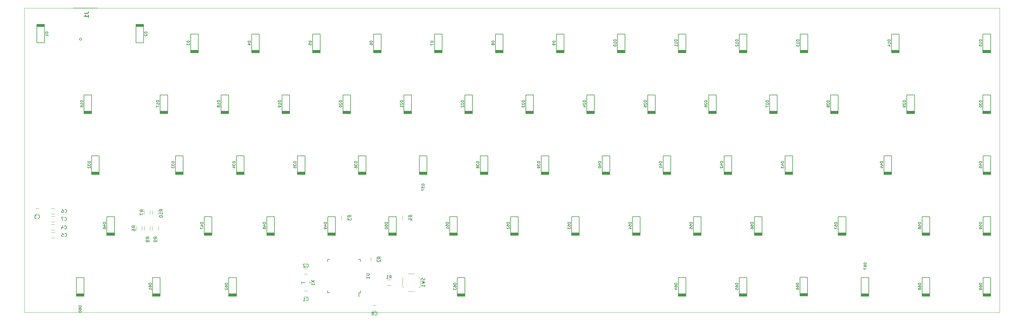
<source format=gbr>
G04 #@! TF.GenerationSoftware,KiCad,Pcbnew,(5.1.4)-1*
G04 #@! TF.CreationDate,2020-02-24T20:41:39-03:00*
G04 #@! TF.ProjectId,TKL2019,544b4c32-3031-4392-9e6b-696361645f70,rev?*
G04 #@! TF.SameCoordinates,Original*
G04 #@! TF.FileFunction,Legend,Bot*
G04 #@! TF.FilePolarity,Positive*
%FSLAX46Y46*%
G04 Gerber Fmt 4.6, Leading zero omitted, Abs format (unit mm)*
G04 Created by KiCad (PCBNEW (5.1.4)-1) date 2020-02-24 20:41:39*
%MOMM*%
%LPD*%
G04 APERTURE LIST*
%ADD10C,0.050000*%
%ADD11C,0.120000*%
%ADD12C,0.150000*%
%ADD13C,0.200000*%
%ADD14C,0.254000*%
G04 APERTURE END LIST*
D10*
X17550000Y-122700000D02*
X322300000Y-122700000D01*
X17550000Y-27450000D02*
X17550000Y-122700000D01*
X322300000Y-27450000D02*
X17550000Y-27450000D01*
X322300000Y-122700000D02*
X322300000Y-27450000D01*
D11*
X57550000Y-90800000D02*
X57550000Y-92000000D01*
X59310000Y-92000000D02*
X59310000Y-90800000D01*
X57550000Y-95800000D02*
X57550000Y-97000000D01*
X59310000Y-97000000D02*
X59310000Y-95800000D01*
X55050000Y-95800000D02*
X55050000Y-97000000D01*
X56810000Y-97000000D02*
X56810000Y-95800000D01*
X55050000Y-90800000D02*
X55050000Y-92000000D01*
X56810000Y-92000000D02*
X56810000Y-90800000D01*
X54310000Y-97000000D02*
X54310000Y-95800000D01*
X52550000Y-95800000D02*
X52550000Y-97000000D01*
D12*
X122050000Y-116525000D02*
X122050000Y-117800000D01*
X122625000Y-106175000D02*
X122625000Y-106850000D01*
X112275000Y-106175000D02*
X112275000Y-106850000D01*
X112275000Y-116525000D02*
X112275000Y-115850000D01*
X122625000Y-116525000D02*
X122625000Y-115850000D01*
X112275000Y-116525000D02*
X112950000Y-116525000D01*
X112275000Y-106175000D02*
X112950000Y-106175000D01*
X122625000Y-106175000D02*
X121950000Y-106175000D01*
X122625000Y-116525000D02*
X122050000Y-116525000D01*
D11*
X20994000Y-90200000D02*
X21994000Y-90200000D01*
X21994000Y-91900000D02*
X20994000Y-91900000D01*
D13*
X32750000Y-27450000D02*
X40450000Y-27450000D01*
X35405270Y-37212000D02*
G75*
G03X35405270Y-37212000I-336270J0D01*
G01*
D11*
X137474000Y-93650000D02*
X137474000Y-92450000D01*
X135714000Y-92450000D02*
X135714000Y-93650000D01*
X116664000Y-92450000D02*
X116664000Y-93650000D01*
X118424000Y-93650000D02*
X118424000Y-92450000D01*
X127580000Y-106700000D02*
X127580000Y-105500000D01*
X125820000Y-105500000D02*
X125820000Y-106700000D01*
X132050000Y-112470000D02*
X130850000Y-112470000D01*
X130850000Y-114230000D02*
X132050000Y-114230000D01*
X126450000Y-120500000D02*
X127450000Y-120500000D01*
X127450000Y-122200000D02*
X126450000Y-122200000D01*
X26994000Y-94400000D02*
X25994000Y-94400000D01*
X25994000Y-92700000D02*
X26994000Y-92700000D01*
X25994000Y-90200000D02*
X26994000Y-90200000D01*
X26994000Y-91900000D02*
X25994000Y-91900000D01*
X26994000Y-99400000D02*
X25994000Y-99400000D01*
X25994000Y-97700000D02*
X26994000Y-97700000D01*
X26994000Y-96900000D02*
X25994000Y-96900000D01*
X25994000Y-95200000D02*
X26994000Y-95200000D01*
X104950000Y-109000000D02*
X105950000Y-109000000D01*
X105950000Y-110700000D02*
X104950000Y-110700000D01*
X104950000Y-116000000D02*
X105950000Y-116000000D01*
X105950000Y-117700000D02*
X104950000Y-117700000D01*
D13*
X23800000Y-38350000D02*
X23800000Y-32550000D01*
X21400000Y-38350000D02*
X23800000Y-38350000D01*
X21400000Y-32550000D02*
X21400000Y-38350000D01*
X21400000Y-32625000D02*
X23800000Y-32625000D01*
X21400000Y-32750000D02*
X23800000Y-32750000D01*
X23800000Y-32525000D02*
X21400000Y-32525000D01*
X21400000Y-32925000D02*
X23800000Y-32925000D01*
X21400000Y-33100000D02*
X23800000Y-33100000D01*
X21400000Y-33275000D02*
X23800000Y-33275000D01*
X52400000Y-33275000D02*
X54800000Y-33275000D01*
X52400000Y-33100000D02*
X54800000Y-33100000D01*
X52400000Y-32925000D02*
X54800000Y-32925000D01*
X54800000Y-32525000D02*
X52400000Y-32525000D01*
X52400000Y-32750000D02*
X54800000Y-32750000D01*
X52400000Y-32625000D02*
X54800000Y-32625000D01*
X52400000Y-32550000D02*
X52400000Y-38350000D01*
X52400000Y-38350000D02*
X54800000Y-38350000D01*
X54800000Y-38350000D02*
X54800000Y-32550000D01*
X69500000Y-35600000D02*
X69500000Y-41400000D01*
X71900000Y-35600000D02*
X69500000Y-35600000D01*
X71900000Y-41400000D02*
X71900000Y-35600000D01*
X71900000Y-41325000D02*
X69500000Y-41325000D01*
X71900000Y-41200000D02*
X69500000Y-41200000D01*
X69500000Y-41425000D02*
X71900000Y-41425000D01*
X71900000Y-41025000D02*
X69500000Y-41025000D01*
X71900000Y-40850000D02*
X69500000Y-40850000D01*
X71900000Y-40675000D02*
X69500000Y-40675000D01*
X90950000Y-40675000D02*
X88550000Y-40675000D01*
X90950000Y-40850000D02*
X88550000Y-40850000D01*
X90950000Y-41025000D02*
X88550000Y-41025000D01*
X88550000Y-41425000D02*
X90950000Y-41425000D01*
X90950000Y-41200000D02*
X88550000Y-41200000D01*
X90950000Y-41325000D02*
X88550000Y-41325000D01*
X90950000Y-41400000D02*
X90950000Y-35600000D01*
X90950000Y-35600000D02*
X88550000Y-35600000D01*
X88550000Y-35600000D02*
X88550000Y-41400000D01*
X110000000Y-40675000D02*
X107600000Y-40675000D01*
X110000000Y-40850000D02*
X107600000Y-40850000D01*
X110000000Y-41025000D02*
X107600000Y-41025000D01*
X107600000Y-41425000D02*
X110000000Y-41425000D01*
X110000000Y-41200000D02*
X107600000Y-41200000D01*
X110000000Y-41325000D02*
X107600000Y-41325000D01*
X110000000Y-41400000D02*
X110000000Y-35600000D01*
X110000000Y-35600000D02*
X107600000Y-35600000D01*
X107600000Y-35600000D02*
X107600000Y-41400000D01*
X126650000Y-35600000D02*
X126650000Y-41400000D01*
X129050000Y-35600000D02*
X126650000Y-35600000D01*
X129050000Y-41400000D02*
X129050000Y-35600000D01*
X129050000Y-41325000D02*
X126650000Y-41325000D01*
X129050000Y-41200000D02*
X126650000Y-41200000D01*
X126650000Y-41425000D02*
X129050000Y-41425000D01*
X129050000Y-41025000D02*
X126650000Y-41025000D01*
X129050000Y-40850000D02*
X126650000Y-40850000D01*
X129050000Y-40675000D02*
X126650000Y-40675000D01*
X145700000Y-35600000D02*
X145700000Y-41400000D01*
X148100000Y-35600000D02*
X145700000Y-35600000D01*
X148100000Y-41400000D02*
X148100000Y-35600000D01*
X148100000Y-41325000D02*
X145700000Y-41325000D01*
X148100000Y-41200000D02*
X145700000Y-41200000D01*
X145700000Y-41425000D02*
X148100000Y-41425000D01*
X148100000Y-41025000D02*
X145700000Y-41025000D01*
X148100000Y-40850000D02*
X145700000Y-40850000D01*
X148100000Y-40675000D02*
X145700000Y-40675000D01*
X164750000Y-35600000D02*
X164750000Y-41400000D01*
X167150000Y-35600000D02*
X164750000Y-35600000D01*
X167150000Y-41400000D02*
X167150000Y-35600000D01*
X167150000Y-41325000D02*
X164750000Y-41325000D01*
X167150000Y-41200000D02*
X164750000Y-41200000D01*
X164750000Y-41425000D02*
X167150000Y-41425000D01*
X167150000Y-41025000D02*
X164750000Y-41025000D01*
X167150000Y-40850000D02*
X164750000Y-40850000D01*
X167150000Y-40675000D02*
X164750000Y-40675000D01*
X183800000Y-35600000D02*
X183800000Y-41400000D01*
X186200000Y-35600000D02*
X183800000Y-35600000D01*
X186200000Y-41400000D02*
X186200000Y-35600000D01*
X186200000Y-41325000D02*
X183800000Y-41325000D01*
X186200000Y-41200000D02*
X183800000Y-41200000D01*
X183800000Y-41425000D02*
X186200000Y-41425000D01*
X186200000Y-41025000D02*
X183800000Y-41025000D01*
X186200000Y-40850000D02*
X183800000Y-40850000D01*
X186200000Y-40675000D02*
X183800000Y-40675000D01*
X202850000Y-35600000D02*
X202850000Y-41400000D01*
X205250000Y-35600000D02*
X202850000Y-35600000D01*
X205250000Y-41400000D02*
X205250000Y-35600000D01*
X205250000Y-41325000D02*
X202850000Y-41325000D01*
X205250000Y-41200000D02*
X202850000Y-41200000D01*
X202850000Y-41425000D02*
X205250000Y-41425000D01*
X205250000Y-41025000D02*
X202850000Y-41025000D01*
X205250000Y-40850000D02*
X202850000Y-40850000D01*
X205250000Y-40675000D02*
X202850000Y-40675000D01*
X221900000Y-35600000D02*
X221900000Y-41400000D01*
X224300000Y-35600000D02*
X221900000Y-35600000D01*
X224300000Y-41400000D02*
X224300000Y-35600000D01*
X224300000Y-41325000D02*
X221900000Y-41325000D01*
X224300000Y-41200000D02*
X221900000Y-41200000D01*
X221900000Y-41425000D02*
X224300000Y-41425000D01*
X224300000Y-41025000D02*
X221900000Y-41025000D01*
X224300000Y-40850000D02*
X221900000Y-40850000D01*
X224300000Y-40675000D02*
X221900000Y-40675000D01*
X243350000Y-40675000D02*
X240950000Y-40675000D01*
X243350000Y-40850000D02*
X240950000Y-40850000D01*
X243350000Y-41025000D02*
X240950000Y-41025000D01*
X240950000Y-41425000D02*
X243350000Y-41425000D01*
X243350000Y-41200000D02*
X240950000Y-41200000D01*
X243350000Y-41325000D02*
X240950000Y-41325000D01*
X243350000Y-41400000D02*
X243350000Y-35600000D01*
X243350000Y-35600000D02*
X240950000Y-35600000D01*
X240950000Y-35600000D02*
X240950000Y-41400000D01*
X260000000Y-35600000D02*
X260000000Y-41400000D01*
X262400000Y-35600000D02*
X260000000Y-35600000D01*
X262400000Y-41400000D02*
X262400000Y-35600000D01*
X262400000Y-41325000D02*
X260000000Y-41325000D01*
X262400000Y-41200000D02*
X260000000Y-41200000D01*
X260000000Y-41425000D02*
X262400000Y-41425000D01*
X262400000Y-41025000D02*
X260000000Y-41025000D01*
X262400000Y-40850000D02*
X260000000Y-40850000D01*
X262400000Y-40675000D02*
X260000000Y-40675000D01*
X290950000Y-40675000D02*
X288550000Y-40675000D01*
X290950000Y-40850000D02*
X288550000Y-40850000D01*
X290950000Y-41025000D02*
X288550000Y-41025000D01*
X288550000Y-41425000D02*
X290950000Y-41425000D01*
X290950000Y-41200000D02*
X288550000Y-41200000D01*
X290950000Y-41325000D02*
X288550000Y-41325000D01*
X290950000Y-41400000D02*
X290950000Y-35600000D01*
X290950000Y-35600000D02*
X288550000Y-35600000D01*
X288550000Y-35600000D02*
X288550000Y-41400000D01*
X319500000Y-40675000D02*
X317100000Y-40675000D01*
X319500000Y-40850000D02*
X317100000Y-40850000D01*
X319500000Y-41025000D02*
X317100000Y-41025000D01*
X317100000Y-41425000D02*
X319500000Y-41425000D01*
X319500000Y-41200000D02*
X317100000Y-41200000D01*
X319500000Y-41325000D02*
X317100000Y-41325000D01*
X319500000Y-41400000D02*
X319500000Y-35600000D01*
X319500000Y-35600000D02*
X317100000Y-35600000D01*
X317100000Y-35600000D02*
X317100000Y-41400000D01*
X38550000Y-59725000D02*
X36150000Y-59725000D01*
X38550000Y-59900000D02*
X36150000Y-59900000D01*
X38550000Y-60075000D02*
X36150000Y-60075000D01*
X36150000Y-60475000D02*
X38550000Y-60475000D01*
X38550000Y-60250000D02*
X36150000Y-60250000D01*
X38550000Y-60375000D02*
X36150000Y-60375000D01*
X38550000Y-60450000D02*
X38550000Y-54650000D01*
X38550000Y-54650000D02*
X36150000Y-54650000D01*
X36150000Y-54650000D02*
X36150000Y-60450000D01*
X62350000Y-59725000D02*
X59950000Y-59725000D01*
X62350000Y-59900000D02*
X59950000Y-59900000D01*
X62350000Y-60075000D02*
X59950000Y-60075000D01*
X59950000Y-60475000D02*
X62350000Y-60475000D01*
X62350000Y-60250000D02*
X59950000Y-60250000D01*
X62350000Y-60375000D02*
X59950000Y-60375000D01*
X62350000Y-60450000D02*
X62350000Y-54650000D01*
X62350000Y-54650000D02*
X59950000Y-54650000D01*
X59950000Y-54650000D02*
X59950000Y-60450000D01*
X79000000Y-54650000D02*
X79000000Y-60450000D01*
X81400000Y-54650000D02*
X79000000Y-54650000D01*
X81400000Y-60450000D02*
X81400000Y-54650000D01*
X81400000Y-60375000D02*
X79000000Y-60375000D01*
X81400000Y-60250000D02*
X79000000Y-60250000D01*
X79000000Y-60475000D02*
X81400000Y-60475000D01*
X81400000Y-60075000D02*
X79000000Y-60075000D01*
X81400000Y-59900000D02*
X79000000Y-59900000D01*
X81400000Y-59725000D02*
X79000000Y-59725000D01*
X98050000Y-54650000D02*
X98050000Y-60450000D01*
X100450000Y-54650000D02*
X98050000Y-54650000D01*
X100450000Y-60450000D02*
X100450000Y-54650000D01*
X100450000Y-60375000D02*
X98050000Y-60375000D01*
X100450000Y-60250000D02*
X98050000Y-60250000D01*
X98050000Y-60475000D02*
X100450000Y-60475000D01*
X100450000Y-60075000D02*
X98050000Y-60075000D01*
X100450000Y-59900000D02*
X98050000Y-59900000D01*
X100450000Y-59725000D02*
X98050000Y-59725000D01*
X117100000Y-54650000D02*
X117100000Y-60450000D01*
X119500000Y-54650000D02*
X117100000Y-54650000D01*
X119500000Y-60450000D02*
X119500000Y-54650000D01*
X119500000Y-60375000D02*
X117100000Y-60375000D01*
X119500000Y-60250000D02*
X117100000Y-60250000D01*
X117100000Y-60475000D02*
X119500000Y-60475000D01*
X119500000Y-60075000D02*
X117100000Y-60075000D01*
X119500000Y-59900000D02*
X117100000Y-59900000D01*
X119500000Y-59725000D02*
X117100000Y-59725000D01*
X136150000Y-54650000D02*
X136150000Y-60450000D01*
X138550000Y-54650000D02*
X136150000Y-54650000D01*
X138550000Y-60450000D02*
X138550000Y-54650000D01*
X138550000Y-60375000D02*
X136150000Y-60375000D01*
X138550000Y-60250000D02*
X136150000Y-60250000D01*
X136150000Y-60475000D02*
X138550000Y-60475000D01*
X138550000Y-60075000D02*
X136150000Y-60075000D01*
X138550000Y-59900000D02*
X136150000Y-59900000D01*
X138550000Y-59725000D02*
X136150000Y-59725000D01*
X155200000Y-54650000D02*
X155200000Y-60450000D01*
X157600000Y-54650000D02*
X155200000Y-54650000D01*
X157600000Y-60450000D02*
X157600000Y-54650000D01*
X157600000Y-60375000D02*
X155200000Y-60375000D01*
X157600000Y-60250000D02*
X155200000Y-60250000D01*
X155200000Y-60475000D02*
X157600000Y-60475000D01*
X157600000Y-60075000D02*
X155200000Y-60075000D01*
X157600000Y-59900000D02*
X155200000Y-59900000D01*
X157600000Y-59725000D02*
X155200000Y-59725000D01*
X176650000Y-59725000D02*
X174250000Y-59725000D01*
X176650000Y-59900000D02*
X174250000Y-59900000D01*
X176650000Y-60075000D02*
X174250000Y-60075000D01*
X174250000Y-60475000D02*
X176650000Y-60475000D01*
X176650000Y-60250000D02*
X174250000Y-60250000D01*
X176650000Y-60375000D02*
X174250000Y-60375000D01*
X176650000Y-60450000D02*
X176650000Y-54650000D01*
X176650000Y-54650000D02*
X174250000Y-54650000D01*
X174250000Y-54650000D02*
X174250000Y-60450000D01*
X195700000Y-59725000D02*
X193300000Y-59725000D01*
X195700000Y-59900000D02*
X193300000Y-59900000D01*
X195700000Y-60075000D02*
X193300000Y-60075000D01*
X193300000Y-60475000D02*
X195700000Y-60475000D01*
X195700000Y-60250000D02*
X193300000Y-60250000D01*
X195700000Y-60375000D02*
X193300000Y-60375000D01*
X195700000Y-60450000D02*
X195700000Y-54650000D01*
X195700000Y-54650000D02*
X193300000Y-54650000D01*
X193300000Y-54650000D02*
X193300000Y-60450000D01*
X214750000Y-59725000D02*
X212350000Y-59725000D01*
X214750000Y-59900000D02*
X212350000Y-59900000D01*
X214750000Y-60075000D02*
X212350000Y-60075000D01*
X212350000Y-60475000D02*
X214750000Y-60475000D01*
X214750000Y-60250000D02*
X212350000Y-60250000D01*
X214750000Y-60375000D02*
X212350000Y-60375000D01*
X214750000Y-60450000D02*
X214750000Y-54650000D01*
X214750000Y-54650000D02*
X212350000Y-54650000D01*
X212350000Y-54650000D02*
X212350000Y-60450000D01*
X233800000Y-59725000D02*
X231400000Y-59725000D01*
X233800000Y-59900000D02*
X231400000Y-59900000D01*
X233800000Y-60075000D02*
X231400000Y-60075000D01*
X231400000Y-60475000D02*
X233800000Y-60475000D01*
X233800000Y-60250000D02*
X231400000Y-60250000D01*
X233800000Y-60375000D02*
X231400000Y-60375000D01*
X233800000Y-60450000D02*
X233800000Y-54650000D01*
X233800000Y-54650000D02*
X231400000Y-54650000D01*
X231400000Y-54650000D02*
X231400000Y-60450000D01*
X250450000Y-54650000D02*
X250450000Y-60450000D01*
X252850000Y-54650000D02*
X250450000Y-54650000D01*
X252850000Y-60450000D02*
X252850000Y-54650000D01*
X252850000Y-60375000D02*
X250450000Y-60375000D01*
X252850000Y-60250000D02*
X250450000Y-60250000D01*
X250450000Y-60475000D02*
X252850000Y-60475000D01*
X252850000Y-60075000D02*
X250450000Y-60075000D01*
X252850000Y-59900000D02*
X250450000Y-59900000D01*
X252850000Y-59725000D02*
X250450000Y-59725000D01*
X271900000Y-59725000D02*
X269500000Y-59725000D01*
X271900000Y-59900000D02*
X269500000Y-59900000D01*
X271900000Y-60075000D02*
X269500000Y-60075000D01*
X269500000Y-60475000D02*
X271900000Y-60475000D01*
X271900000Y-60250000D02*
X269500000Y-60250000D01*
X271900000Y-60375000D02*
X269500000Y-60375000D01*
X271900000Y-60450000D02*
X271900000Y-54650000D01*
X271900000Y-54650000D02*
X269500000Y-54650000D01*
X269500000Y-54650000D02*
X269500000Y-60450000D01*
X295700000Y-59725000D02*
X293300000Y-59725000D01*
X295700000Y-59900000D02*
X293300000Y-59900000D01*
X295700000Y-60075000D02*
X293300000Y-60075000D01*
X293300000Y-60475000D02*
X295700000Y-60475000D01*
X295700000Y-60250000D02*
X293300000Y-60250000D01*
X295700000Y-60375000D02*
X293300000Y-60375000D01*
X295700000Y-60450000D02*
X295700000Y-54650000D01*
X295700000Y-54650000D02*
X293300000Y-54650000D01*
X293300000Y-54650000D02*
X293300000Y-60450000D01*
X319500000Y-59725000D02*
X317100000Y-59725000D01*
X319500000Y-59900000D02*
X317100000Y-59900000D01*
X319500000Y-60075000D02*
X317100000Y-60075000D01*
X317100000Y-60475000D02*
X319500000Y-60475000D01*
X319500000Y-60250000D02*
X317100000Y-60250000D01*
X319500000Y-60375000D02*
X317100000Y-60375000D01*
X319500000Y-60450000D02*
X319500000Y-54650000D01*
X319500000Y-54650000D02*
X317100000Y-54650000D01*
X317100000Y-54650000D02*
X317100000Y-60450000D01*
X40930000Y-78775000D02*
X38530000Y-78775000D01*
X40930000Y-78950000D02*
X38530000Y-78950000D01*
X40930000Y-79125000D02*
X38530000Y-79125000D01*
X38530000Y-79525000D02*
X40930000Y-79525000D01*
X40930000Y-79300000D02*
X38530000Y-79300000D01*
X40930000Y-79425000D02*
X38530000Y-79425000D01*
X40930000Y-79500000D02*
X40930000Y-73700000D01*
X40930000Y-73700000D02*
X38530000Y-73700000D01*
X38530000Y-73700000D02*
X38530000Y-79500000D01*
X67130000Y-78775000D02*
X64730000Y-78775000D01*
X67130000Y-78950000D02*
X64730000Y-78950000D01*
X67130000Y-79125000D02*
X64730000Y-79125000D01*
X64730000Y-79525000D02*
X67130000Y-79525000D01*
X67130000Y-79300000D02*
X64730000Y-79300000D01*
X67130000Y-79425000D02*
X64730000Y-79425000D01*
X67130000Y-79500000D02*
X67130000Y-73700000D01*
X67130000Y-73700000D02*
X64730000Y-73700000D01*
X64730000Y-73700000D02*
X64730000Y-79500000D01*
X83780000Y-73700000D02*
X83780000Y-79500000D01*
X86180000Y-73700000D02*
X83780000Y-73700000D01*
X86180000Y-79500000D02*
X86180000Y-73700000D01*
X86180000Y-79425000D02*
X83780000Y-79425000D01*
X86180000Y-79300000D02*
X83780000Y-79300000D01*
X83780000Y-79525000D02*
X86180000Y-79525000D01*
X86180000Y-79125000D02*
X83780000Y-79125000D01*
X86180000Y-78950000D02*
X83780000Y-78950000D01*
X86180000Y-78775000D02*
X83780000Y-78775000D01*
X102830000Y-73700000D02*
X102830000Y-79500000D01*
X105230000Y-73700000D02*
X102830000Y-73700000D01*
X105230000Y-79500000D02*
X105230000Y-73700000D01*
X105230000Y-79425000D02*
X102830000Y-79425000D01*
X105230000Y-79300000D02*
X102830000Y-79300000D01*
X102830000Y-79525000D02*
X105230000Y-79525000D01*
X105230000Y-79125000D02*
X102830000Y-79125000D01*
X105230000Y-78950000D02*
X102830000Y-78950000D01*
X105230000Y-78775000D02*
X102830000Y-78775000D01*
X121880000Y-73700000D02*
X121880000Y-79500000D01*
X124280000Y-73700000D02*
X121880000Y-73700000D01*
X124280000Y-79500000D02*
X124280000Y-73700000D01*
X124280000Y-79425000D02*
X121880000Y-79425000D01*
X124280000Y-79300000D02*
X121880000Y-79300000D01*
X121880000Y-79525000D02*
X124280000Y-79525000D01*
X124280000Y-79125000D02*
X121880000Y-79125000D01*
X124280000Y-78950000D02*
X121880000Y-78950000D01*
X124280000Y-78775000D02*
X121880000Y-78775000D01*
X140930000Y-73700000D02*
X140930000Y-79500000D01*
X143330000Y-73700000D02*
X140930000Y-73700000D01*
X143330000Y-79500000D02*
X143330000Y-73700000D01*
X143330000Y-79425000D02*
X140930000Y-79425000D01*
X143330000Y-79300000D02*
X140930000Y-79300000D01*
X140930000Y-79525000D02*
X143330000Y-79525000D01*
X143330000Y-79125000D02*
X140930000Y-79125000D01*
X143330000Y-78950000D02*
X140930000Y-78950000D01*
X143330000Y-78775000D02*
X140930000Y-78775000D01*
X159980000Y-73700000D02*
X159980000Y-79500000D01*
X162380000Y-73700000D02*
X159980000Y-73700000D01*
X162380000Y-79500000D02*
X162380000Y-73700000D01*
X162380000Y-79425000D02*
X159980000Y-79425000D01*
X162380000Y-79300000D02*
X159980000Y-79300000D01*
X159980000Y-79525000D02*
X162380000Y-79525000D01*
X162380000Y-79125000D02*
X159980000Y-79125000D01*
X162380000Y-78950000D02*
X159980000Y-78950000D01*
X162380000Y-78775000D02*
X159980000Y-78775000D01*
X179030000Y-73700000D02*
X179030000Y-79500000D01*
X181430000Y-73700000D02*
X179030000Y-73700000D01*
X181430000Y-79500000D02*
X181430000Y-73700000D01*
X181430000Y-79425000D02*
X179030000Y-79425000D01*
X181430000Y-79300000D02*
X179030000Y-79300000D01*
X179030000Y-79525000D02*
X181430000Y-79525000D01*
X181430000Y-79125000D02*
X179030000Y-79125000D01*
X181430000Y-78950000D02*
X179030000Y-78950000D01*
X181430000Y-78775000D02*
X179030000Y-78775000D01*
X198080000Y-73700000D02*
X198080000Y-79500000D01*
X200480000Y-73700000D02*
X198080000Y-73700000D01*
X200480000Y-79500000D02*
X200480000Y-73700000D01*
X200480000Y-79425000D02*
X198080000Y-79425000D01*
X200480000Y-79300000D02*
X198080000Y-79300000D01*
X198080000Y-79525000D02*
X200480000Y-79525000D01*
X200480000Y-79125000D02*
X198080000Y-79125000D01*
X200480000Y-78950000D02*
X198080000Y-78950000D01*
X200480000Y-78775000D02*
X198080000Y-78775000D01*
X217130000Y-73700000D02*
X217130000Y-79500000D01*
X219530000Y-73700000D02*
X217130000Y-73700000D01*
X219530000Y-79500000D02*
X219530000Y-73700000D01*
X219530000Y-79425000D02*
X217130000Y-79425000D01*
X219530000Y-79300000D02*
X217130000Y-79300000D01*
X217130000Y-79525000D02*
X219530000Y-79525000D01*
X219530000Y-79125000D02*
X217130000Y-79125000D01*
X219530000Y-78950000D02*
X217130000Y-78950000D01*
X219530000Y-78775000D02*
X217130000Y-78775000D01*
X238580000Y-78775000D02*
X236180000Y-78775000D01*
X238580000Y-78950000D02*
X236180000Y-78950000D01*
X238580000Y-79125000D02*
X236180000Y-79125000D01*
X236180000Y-79525000D02*
X238580000Y-79525000D01*
X238580000Y-79300000D02*
X236180000Y-79300000D01*
X238580000Y-79425000D02*
X236180000Y-79425000D01*
X238580000Y-79500000D02*
X238580000Y-73700000D01*
X238580000Y-73700000D02*
X236180000Y-73700000D01*
X236180000Y-73700000D02*
X236180000Y-79500000D01*
X257630000Y-78775000D02*
X255230000Y-78775000D01*
X257630000Y-78950000D02*
X255230000Y-78950000D01*
X257630000Y-79125000D02*
X255230000Y-79125000D01*
X255230000Y-79525000D02*
X257630000Y-79525000D01*
X257630000Y-79300000D02*
X255230000Y-79300000D01*
X257630000Y-79425000D02*
X255230000Y-79425000D01*
X257630000Y-79500000D02*
X257630000Y-73700000D01*
X257630000Y-73700000D02*
X255230000Y-73700000D01*
X255230000Y-73700000D02*
X255230000Y-79500000D01*
X288580000Y-78775000D02*
X286180000Y-78775000D01*
X288580000Y-78950000D02*
X286180000Y-78950000D01*
X288580000Y-79125000D02*
X286180000Y-79125000D01*
X286180000Y-79525000D02*
X288580000Y-79525000D01*
X288580000Y-79300000D02*
X286180000Y-79300000D01*
X288580000Y-79425000D02*
X286180000Y-79425000D01*
X288580000Y-79500000D02*
X288580000Y-73700000D01*
X288580000Y-73700000D02*
X286180000Y-73700000D01*
X286180000Y-73700000D02*
X286180000Y-79500000D01*
X319530000Y-78775000D02*
X317130000Y-78775000D01*
X319530000Y-78950000D02*
X317130000Y-78950000D01*
X319530000Y-79125000D02*
X317130000Y-79125000D01*
X317130000Y-79525000D02*
X319530000Y-79525000D01*
X319530000Y-79300000D02*
X317130000Y-79300000D01*
X319530000Y-79425000D02*
X317130000Y-79425000D01*
X319530000Y-79500000D02*
X319530000Y-73700000D01*
X319530000Y-73700000D02*
X317130000Y-73700000D01*
X317130000Y-73700000D02*
X317130000Y-79500000D01*
X45694000Y-97825000D02*
X43294000Y-97825000D01*
X45694000Y-98000000D02*
X43294000Y-98000000D01*
X45694000Y-98175000D02*
X43294000Y-98175000D01*
X43294000Y-98575000D02*
X45694000Y-98575000D01*
X45694000Y-98350000D02*
X43294000Y-98350000D01*
X45694000Y-98475000D02*
X43294000Y-98475000D01*
X45694000Y-98550000D02*
X45694000Y-92750000D01*
X45694000Y-92750000D02*
X43294000Y-92750000D01*
X43294000Y-92750000D02*
X43294000Y-98550000D01*
X76144000Y-97825000D02*
X73744000Y-97825000D01*
X76144000Y-98000000D02*
X73744000Y-98000000D01*
X76144000Y-98175000D02*
X73744000Y-98175000D01*
X73744000Y-98575000D02*
X76144000Y-98575000D01*
X76144000Y-98350000D02*
X73744000Y-98350000D01*
X76144000Y-98475000D02*
X73744000Y-98475000D01*
X76144000Y-98550000D02*
X76144000Y-92750000D01*
X76144000Y-92750000D02*
X73744000Y-92750000D01*
X73744000Y-92750000D02*
X73744000Y-98550000D01*
X93294000Y-92750000D02*
X93294000Y-98550000D01*
X95694000Y-92750000D02*
X93294000Y-92750000D01*
X95694000Y-98550000D02*
X95694000Y-92750000D01*
X95694000Y-98475000D02*
X93294000Y-98475000D01*
X95694000Y-98350000D02*
X93294000Y-98350000D01*
X93294000Y-98575000D02*
X95694000Y-98575000D01*
X95694000Y-98175000D02*
X93294000Y-98175000D01*
X95694000Y-98000000D02*
X93294000Y-98000000D01*
X95694000Y-97825000D02*
X93294000Y-97825000D01*
X112344000Y-92750000D02*
X112344000Y-98550000D01*
X114744000Y-92750000D02*
X112344000Y-92750000D01*
X114744000Y-98550000D02*
X114744000Y-92750000D01*
X114744000Y-98475000D02*
X112344000Y-98475000D01*
X114744000Y-98350000D02*
X112344000Y-98350000D01*
X112344000Y-98575000D02*
X114744000Y-98575000D01*
X114744000Y-98175000D02*
X112344000Y-98175000D01*
X114744000Y-98000000D02*
X112344000Y-98000000D01*
X114744000Y-97825000D02*
X112344000Y-97825000D01*
X131394000Y-92750000D02*
X131394000Y-98550000D01*
X133794000Y-92750000D02*
X131394000Y-92750000D01*
X133794000Y-98550000D02*
X133794000Y-92750000D01*
X133794000Y-98475000D02*
X131394000Y-98475000D01*
X133794000Y-98350000D02*
X131394000Y-98350000D01*
X131394000Y-98575000D02*
X133794000Y-98575000D01*
X133794000Y-98175000D02*
X131394000Y-98175000D01*
X133794000Y-98000000D02*
X131394000Y-98000000D01*
X133794000Y-97825000D02*
X131394000Y-97825000D01*
X150444000Y-92750000D02*
X150444000Y-98550000D01*
X152844000Y-92750000D02*
X150444000Y-92750000D01*
X152844000Y-98550000D02*
X152844000Y-92750000D01*
X152844000Y-98475000D02*
X150444000Y-98475000D01*
X152844000Y-98350000D02*
X150444000Y-98350000D01*
X150444000Y-98575000D02*
X152844000Y-98575000D01*
X152844000Y-98175000D02*
X150444000Y-98175000D01*
X152844000Y-98000000D02*
X150444000Y-98000000D01*
X152844000Y-97825000D02*
X150444000Y-97825000D01*
X169494000Y-92750000D02*
X169494000Y-98550000D01*
X171894000Y-92750000D02*
X169494000Y-92750000D01*
X171894000Y-98550000D02*
X171894000Y-92750000D01*
X171894000Y-98475000D02*
X169494000Y-98475000D01*
X171894000Y-98350000D02*
X169494000Y-98350000D01*
X169494000Y-98575000D02*
X171894000Y-98575000D01*
X171894000Y-98175000D02*
X169494000Y-98175000D01*
X171894000Y-98000000D02*
X169494000Y-98000000D01*
X171894000Y-97825000D02*
X169494000Y-97825000D01*
X188544000Y-92750000D02*
X188544000Y-98550000D01*
X190944000Y-92750000D02*
X188544000Y-92750000D01*
X190944000Y-98550000D02*
X190944000Y-92750000D01*
X190944000Y-98475000D02*
X188544000Y-98475000D01*
X190944000Y-98350000D02*
X188544000Y-98350000D01*
X188544000Y-98575000D02*
X190944000Y-98575000D01*
X190944000Y-98175000D02*
X188544000Y-98175000D01*
X190944000Y-98000000D02*
X188544000Y-98000000D01*
X190944000Y-97825000D02*
X188544000Y-97825000D01*
X209994000Y-97825000D02*
X207594000Y-97825000D01*
X209994000Y-98000000D02*
X207594000Y-98000000D01*
X209994000Y-98175000D02*
X207594000Y-98175000D01*
X207594000Y-98575000D02*
X209994000Y-98575000D01*
X209994000Y-98350000D02*
X207594000Y-98350000D01*
X209994000Y-98475000D02*
X207594000Y-98475000D01*
X209994000Y-98550000D02*
X209994000Y-92750000D01*
X209994000Y-92750000D02*
X207594000Y-92750000D01*
X207594000Y-92750000D02*
X207594000Y-98550000D01*
X229044000Y-97825000D02*
X226644000Y-97825000D01*
X229044000Y-98000000D02*
X226644000Y-98000000D01*
X229044000Y-98175000D02*
X226644000Y-98175000D01*
X226644000Y-98575000D02*
X229044000Y-98575000D01*
X229044000Y-98350000D02*
X226644000Y-98350000D01*
X229044000Y-98475000D02*
X226644000Y-98475000D01*
X229044000Y-98550000D02*
X229044000Y-92750000D01*
X229044000Y-92750000D02*
X226644000Y-92750000D01*
X226644000Y-92750000D02*
X226644000Y-98550000D01*
X248094000Y-97825000D02*
X245694000Y-97825000D01*
X248094000Y-98000000D02*
X245694000Y-98000000D01*
X248094000Y-98175000D02*
X245694000Y-98175000D01*
X245694000Y-98575000D02*
X248094000Y-98575000D01*
X248094000Y-98350000D02*
X245694000Y-98350000D01*
X248094000Y-98475000D02*
X245694000Y-98475000D01*
X248094000Y-98550000D02*
X248094000Y-92750000D01*
X248094000Y-92750000D02*
X245694000Y-92750000D01*
X245694000Y-92750000D02*
X245694000Y-98550000D01*
X274286500Y-97825000D02*
X271886500Y-97825000D01*
X274286500Y-98000000D02*
X271886500Y-98000000D01*
X274286500Y-98175000D02*
X271886500Y-98175000D01*
X271886500Y-98575000D02*
X274286500Y-98575000D01*
X274286500Y-98350000D02*
X271886500Y-98350000D01*
X274286500Y-98475000D02*
X271886500Y-98475000D01*
X274286500Y-98550000D02*
X274286500Y-92750000D01*
X274286500Y-92750000D02*
X271886500Y-92750000D01*
X271886500Y-92750000D02*
X271886500Y-98550000D01*
X300486500Y-97825000D02*
X298086500Y-97825000D01*
X300486500Y-98000000D02*
X298086500Y-98000000D01*
X300486500Y-98175000D02*
X298086500Y-98175000D01*
X298086500Y-98575000D02*
X300486500Y-98575000D01*
X300486500Y-98350000D02*
X298086500Y-98350000D01*
X300486500Y-98475000D02*
X298086500Y-98475000D01*
X300486500Y-98550000D02*
X300486500Y-92750000D01*
X300486500Y-92750000D02*
X298086500Y-92750000D01*
X298086500Y-92750000D02*
X298086500Y-98550000D01*
X319536500Y-97825000D02*
X317136500Y-97825000D01*
X319536500Y-98000000D02*
X317136500Y-98000000D01*
X319536500Y-98175000D02*
X317136500Y-98175000D01*
X317136500Y-98575000D02*
X319536500Y-98575000D01*
X319536500Y-98350000D02*
X317136500Y-98350000D01*
X319536500Y-98475000D02*
X317136500Y-98475000D01*
X319536500Y-98550000D02*
X319536500Y-92750000D01*
X319536500Y-92750000D02*
X317136500Y-92750000D01*
X317136500Y-92750000D02*
X317136500Y-98550000D01*
X33769000Y-111800000D02*
X33769000Y-117600000D01*
X36169000Y-111800000D02*
X33769000Y-111800000D01*
X36169000Y-117600000D02*
X36169000Y-111800000D01*
X36169000Y-117525000D02*
X33769000Y-117525000D01*
X36169000Y-117400000D02*
X33769000Y-117400000D01*
X33769000Y-117625000D02*
X36169000Y-117625000D01*
X36169000Y-117225000D02*
X33769000Y-117225000D01*
X36169000Y-117050000D02*
X33769000Y-117050000D01*
X36169000Y-116875000D02*
X33769000Y-116875000D01*
X57579000Y-111800000D02*
X57579000Y-117600000D01*
X59979000Y-111800000D02*
X57579000Y-111800000D01*
X59979000Y-117600000D02*
X59979000Y-111800000D01*
X59979000Y-117525000D02*
X57579000Y-117525000D01*
X59979000Y-117400000D02*
X57579000Y-117400000D01*
X57579000Y-117625000D02*
X59979000Y-117625000D01*
X59979000Y-117225000D02*
X57579000Y-117225000D01*
X59979000Y-117050000D02*
X57579000Y-117050000D01*
X59979000Y-116875000D02*
X57579000Y-116875000D01*
X81389000Y-111800000D02*
X81389000Y-117600000D01*
X83789000Y-111800000D02*
X81389000Y-111800000D01*
X83789000Y-117600000D02*
X83789000Y-111800000D01*
X83789000Y-117525000D02*
X81389000Y-117525000D01*
X83789000Y-117400000D02*
X81389000Y-117400000D01*
X81389000Y-117625000D02*
X83789000Y-117625000D01*
X83789000Y-117225000D02*
X81389000Y-117225000D01*
X83789000Y-117050000D02*
X81389000Y-117050000D01*
X83789000Y-116875000D02*
X81389000Y-116875000D01*
X152829000Y-111800000D02*
X152829000Y-117600000D01*
X155229000Y-111800000D02*
X152829000Y-111800000D01*
X155229000Y-117600000D02*
X155229000Y-111800000D01*
X155229000Y-117525000D02*
X152829000Y-117525000D01*
X155229000Y-117400000D02*
X152829000Y-117400000D01*
X152829000Y-117625000D02*
X155229000Y-117625000D01*
X155229000Y-117225000D02*
X152829000Y-117225000D01*
X155229000Y-117050000D02*
X152829000Y-117050000D01*
X155229000Y-116875000D02*
X152829000Y-116875000D01*
X221884000Y-111800000D02*
X221884000Y-117600000D01*
X224284000Y-111800000D02*
X221884000Y-111800000D01*
X224284000Y-117600000D02*
X224284000Y-111800000D01*
X224284000Y-117525000D02*
X221884000Y-117525000D01*
X224284000Y-117400000D02*
X221884000Y-117400000D01*
X221884000Y-117625000D02*
X224284000Y-117625000D01*
X224284000Y-117225000D02*
X221884000Y-117225000D01*
X224284000Y-117050000D02*
X221884000Y-117050000D01*
X224284000Y-116875000D02*
X221884000Y-116875000D01*
X243334000Y-116875000D02*
X240934000Y-116875000D01*
X243334000Y-117050000D02*
X240934000Y-117050000D01*
X243334000Y-117225000D02*
X240934000Y-117225000D01*
X240934000Y-117625000D02*
X243334000Y-117625000D01*
X243334000Y-117400000D02*
X240934000Y-117400000D01*
X243334000Y-117525000D02*
X240934000Y-117525000D01*
X243334000Y-117600000D02*
X243334000Y-111800000D01*
X243334000Y-111800000D02*
X240934000Y-111800000D01*
X240934000Y-111800000D02*
X240934000Y-117600000D01*
X259900000Y-111750000D02*
X259900000Y-117550000D01*
X262300000Y-111750000D02*
X259900000Y-111750000D01*
X262300000Y-117550000D02*
X262300000Y-111750000D01*
X262300000Y-117475000D02*
X259900000Y-117475000D01*
X262300000Y-117350000D02*
X259900000Y-117350000D01*
X259900000Y-117575000D02*
X262300000Y-117575000D01*
X262300000Y-117175000D02*
X259900000Y-117175000D01*
X262300000Y-117000000D02*
X259900000Y-117000000D01*
X262300000Y-116825000D02*
X259900000Y-116825000D01*
X281434000Y-116875000D02*
X279034000Y-116875000D01*
X281434000Y-117050000D02*
X279034000Y-117050000D01*
X281434000Y-117225000D02*
X279034000Y-117225000D01*
X279034000Y-117625000D02*
X281434000Y-117625000D01*
X281434000Y-117400000D02*
X279034000Y-117400000D01*
X281434000Y-117525000D02*
X279034000Y-117525000D01*
X281434000Y-117600000D02*
X281434000Y-111800000D01*
X281434000Y-111800000D02*
X279034000Y-111800000D01*
X279034000Y-111800000D02*
X279034000Y-117600000D01*
X298084000Y-111800000D02*
X298084000Y-117600000D01*
X300484000Y-111800000D02*
X298084000Y-111800000D01*
X300484000Y-117600000D02*
X300484000Y-111800000D01*
X300484000Y-117525000D02*
X298084000Y-117525000D01*
X300484000Y-117400000D02*
X298084000Y-117400000D01*
X298084000Y-117625000D02*
X300484000Y-117625000D01*
X300484000Y-117225000D02*
X298084000Y-117225000D01*
X300484000Y-117050000D02*
X298084000Y-117050000D01*
X300484000Y-116875000D02*
X298084000Y-116875000D01*
X319534000Y-116875000D02*
X317134000Y-116875000D01*
X319534000Y-117050000D02*
X317134000Y-117050000D01*
X319534000Y-117225000D02*
X317134000Y-117225000D01*
X317134000Y-117625000D02*
X319534000Y-117625000D01*
X319534000Y-117400000D02*
X317134000Y-117400000D01*
X319534000Y-117525000D02*
X317134000Y-117525000D01*
X319534000Y-117600000D02*
X319534000Y-111800000D01*
X319534000Y-111800000D02*
X317134000Y-111800000D01*
X317134000Y-111800000D02*
X317134000Y-117600000D01*
D11*
X136150000Y-115050000D02*
X135700000Y-114600000D01*
X136150000Y-111650000D02*
X135700000Y-112100000D01*
X140750000Y-111650000D02*
X141200000Y-112100000D01*
X140750000Y-115050000D02*
X141200000Y-114600000D01*
X139450000Y-110600000D02*
X137450000Y-110600000D01*
X135700000Y-114600000D02*
X135700000Y-112100000D01*
X139450000Y-116100000D02*
X137450000Y-116100000D01*
X141200000Y-114600000D02*
X141200000Y-112100000D01*
D12*
X106750000Y-113550000D02*
X106750000Y-113150000D01*
X104150000Y-113550000D02*
X104150000Y-113150000D01*
X104250000Y-113450000D02*
X105250000Y-113450000D01*
X60702380Y-91032142D02*
X60226190Y-90698809D01*
X60702380Y-90460714D02*
X59702380Y-90460714D01*
X59702380Y-90841666D01*
X59750000Y-90936904D01*
X59797619Y-90984523D01*
X59892857Y-91032142D01*
X60035714Y-91032142D01*
X60130952Y-90984523D01*
X60178571Y-90936904D01*
X60226190Y-90841666D01*
X60226190Y-90460714D01*
X60702380Y-91984523D02*
X60702380Y-91413095D01*
X60702380Y-91698809D02*
X59702380Y-91698809D01*
X59845238Y-91603571D01*
X59940476Y-91508333D01*
X59988095Y-91413095D01*
X59702380Y-92603571D02*
X59702380Y-92698809D01*
X59750000Y-92794047D01*
X59797619Y-92841666D01*
X59892857Y-92889285D01*
X60083333Y-92936904D01*
X60321428Y-92936904D01*
X60511904Y-92889285D01*
X60607142Y-92841666D01*
X60654761Y-92794047D01*
X60702380Y-92698809D01*
X60702380Y-92603571D01*
X60654761Y-92508333D01*
X60607142Y-92460714D01*
X60511904Y-92413095D01*
X60321428Y-92365476D01*
X60083333Y-92365476D01*
X59892857Y-92413095D01*
X59797619Y-92460714D01*
X59750000Y-92508333D01*
X59702380Y-92603571D01*
X58977380Y-99683333D02*
X58501190Y-99350000D01*
X58977380Y-99111904D02*
X57977380Y-99111904D01*
X57977380Y-99492857D01*
X58025000Y-99588095D01*
X58072619Y-99635714D01*
X58167857Y-99683333D01*
X58310714Y-99683333D01*
X58405952Y-99635714D01*
X58453571Y-99588095D01*
X58501190Y-99492857D01*
X58501190Y-99111904D01*
X58977380Y-100159523D02*
X58977380Y-100350000D01*
X58929761Y-100445238D01*
X58882142Y-100492857D01*
X58739285Y-100588095D01*
X58548809Y-100635714D01*
X58167857Y-100635714D01*
X58072619Y-100588095D01*
X58025000Y-100540476D01*
X57977380Y-100445238D01*
X57977380Y-100254761D01*
X58025000Y-100159523D01*
X58072619Y-100111904D01*
X58167857Y-100064285D01*
X58405952Y-100064285D01*
X58501190Y-100111904D01*
X58548809Y-100159523D01*
X58596428Y-100254761D01*
X58596428Y-100445238D01*
X58548809Y-100540476D01*
X58501190Y-100588095D01*
X58405952Y-100635714D01*
X56527380Y-99708333D02*
X56051190Y-99375000D01*
X56527380Y-99136904D02*
X55527380Y-99136904D01*
X55527380Y-99517857D01*
X55575000Y-99613095D01*
X55622619Y-99660714D01*
X55717857Y-99708333D01*
X55860714Y-99708333D01*
X55955952Y-99660714D01*
X56003571Y-99613095D01*
X56051190Y-99517857D01*
X56051190Y-99136904D01*
X55955952Y-100279761D02*
X55908333Y-100184523D01*
X55860714Y-100136904D01*
X55765476Y-100089285D01*
X55717857Y-100089285D01*
X55622619Y-100136904D01*
X55575000Y-100184523D01*
X55527380Y-100279761D01*
X55527380Y-100470238D01*
X55575000Y-100565476D01*
X55622619Y-100613095D01*
X55717857Y-100660714D01*
X55765476Y-100660714D01*
X55860714Y-100613095D01*
X55908333Y-100565476D01*
X55955952Y-100470238D01*
X55955952Y-100279761D01*
X56003571Y-100184523D01*
X56051190Y-100136904D01*
X56146428Y-100089285D01*
X56336904Y-100089285D01*
X56432142Y-100136904D01*
X56479761Y-100184523D01*
X56527380Y-100279761D01*
X56527380Y-100470238D01*
X56479761Y-100565476D01*
X56432142Y-100613095D01*
X56336904Y-100660714D01*
X56146428Y-100660714D01*
X56051190Y-100613095D01*
X56003571Y-100565476D01*
X55955952Y-100470238D01*
X54682380Y-91233333D02*
X54206190Y-90900000D01*
X54682380Y-90661904D02*
X53682380Y-90661904D01*
X53682380Y-91042857D01*
X53730000Y-91138095D01*
X53777619Y-91185714D01*
X53872857Y-91233333D01*
X54015714Y-91233333D01*
X54110952Y-91185714D01*
X54158571Y-91138095D01*
X54206190Y-91042857D01*
X54206190Y-90661904D01*
X53682380Y-91566666D02*
X53682380Y-92233333D01*
X54682380Y-91804761D01*
X52177380Y-96233333D02*
X51701190Y-95900000D01*
X52177380Y-95661904D02*
X51177380Y-95661904D01*
X51177380Y-96042857D01*
X51225000Y-96138095D01*
X51272619Y-96185714D01*
X51367857Y-96233333D01*
X51510714Y-96233333D01*
X51605952Y-96185714D01*
X51653571Y-96138095D01*
X51701190Y-96042857D01*
X51701190Y-95661904D01*
X51177380Y-97090476D02*
X51177380Y-96900000D01*
X51225000Y-96804761D01*
X51272619Y-96757142D01*
X51415476Y-96661904D01*
X51605952Y-96614285D01*
X51986904Y-96614285D01*
X52082142Y-96661904D01*
X52129761Y-96709523D01*
X52177380Y-96804761D01*
X52177380Y-96995238D01*
X52129761Y-97090476D01*
X52082142Y-97138095D01*
X51986904Y-97185714D01*
X51748809Y-97185714D01*
X51653571Y-97138095D01*
X51605952Y-97090476D01*
X51558333Y-96995238D01*
X51558333Y-96804761D01*
X51605952Y-96709523D01*
X51653571Y-96661904D01*
X51748809Y-96614285D01*
X124352380Y-110588095D02*
X125161904Y-110588095D01*
X125257142Y-110635714D01*
X125304761Y-110683333D01*
X125352380Y-110778571D01*
X125352380Y-110969047D01*
X125304761Y-111064285D01*
X125257142Y-111111904D01*
X125161904Y-111159523D01*
X124352380Y-111159523D01*
X125352380Y-112159523D02*
X125352380Y-111588095D01*
X125352380Y-111873809D02*
X124352380Y-111873809D01*
X124495238Y-111778571D01*
X124590476Y-111683333D01*
X124638095Y-111588095D01*
X21660666Y-93157142D02*
X21708285Y-93204761D01*
X21851142Y-93252380D01*
X21946380Y-93252380D01*
X22089238Y-93204761D01*
X22184476Y-93109523D01*
X22232095Y-93014285D01*
X22279714Y-92823809D01*
X22279714Y-92680952D01*
X22232095Y-92490476D01*
X22184476Y-92395238D01*
X22089238Y-92300000D01*
X21946380Y-92252380D01*
X21851142Y-92252380D01*
X21708285Y-92300000D01*
X21660666Y-92347619D01*
X21327333Y-92252380D02*
X20708285Y-92252380D01*
X21041619Y-92633333D01*
X20898761Y-92633333D01*
X20803523Y-92680952D01*
X20755904Y-92728571D01*
X20708285Y-92823809D01*
X20708285Y-93061904D01*
X20755904Y-93157142D01*
X20803523Y-93204761D01*
X20898761Y-93252380D01*
X21184476Y-93252380D01*
X21279714Y-93204761D01*
X21327333Y-93157142D01*
D14*
X36273523Y-29096666D02*
X37180666Y-29096666D01*
X37362095Y-29036190D01*
X37483047Y-28915238D01*
X37543523Y-28733809D01*
X37543523Y-28612857D01*
X37543523Y-30366666D02*
X37543523Y-29640952D01*
X37543523Y-30003809D02*
X36273523Y-30003809D01*
X36454952Y-29882857D01*
X36575904Y-29761904D01*
X36636380Y-29640952D01*
D12*
X138746380Y-92883333D02*
X138270190Y-92550000D01*
X138746380Y-92311904D02*
X137746380Y-92311904D01*
X137746380Y-92692857D01*
X137794000Y-92788095D01*
X137841619Y-92835714D01*
X137936857Y-92883333D01*
X138079714Y-92883333D01*
X138174952Y-92835714D01*
X138222571Y-92788095D01*
X138270190Y-92692857D01*
X138270190Y-92311904D01*
X138079714Y-93740476D02*
X138746380Y-93740476D01*
X137698761Y-93502380D02*
X138413047Y-93264285D01*
X138413047Y-93883333D01*
X119696380Y-92883333D02*
X119220190Y-92550000D01*
X119696380Y-92311904D02*
X118696380Y-92311904D01*
X118696380Y-92692857D01*
X118744000Y-92788095D01*
X118791619Y-92835714D01*
X118886857Y-92883333D01*
X119029714Y-92883333D01*
X119124952Y-92835714D01*
X119172571Y-92788095D01*
X119220190Y-92692857D01*
X119220190Y-92311904D01*
X118696380Y-93216666D02*
X118696380Y-93835714D01*
X119077333Y-93502380D01*
X119077333Y-93645238D01*
X119124952Y-93740476D01*
X119172571Y-93788095D01*
X119267809Y-93835714D01*
X119505904Y-93835714D01*
X119601142Y-93788095D01*
X119648761Y-93740476D01*
X119696380Y-93645238D01*
X119696380Y-93359523D01*
X119648761Y-93264285D01*
X119601142Y-93216666D01*
X128852380Y-105933333D02*
X128376190Y-105600000D01*
X128852380Y-105361904D02*
X127852380Y-105361904D01*
X127852380Y-105742857D01*
X127900000Y-105838095D01*
X127947619Y-105885714D01*
X128042857Y-105933333D01*
X128185714Y-105933333D01*
X128280952Y-105885714D01*
X128328571Y-105838095D01*
X128376190Y-105742857D01*
X128376190Y-105361904D01*
X127947619Y-106314285D02*
X127900000Y-106361904D01*
X127852380Y-106457142D01*
X127852380Y-106695238D01*
X127900000Y-106790476D01*
X127947619Y-106838095D01*
X128042857Y-106885714D01*
X128138095Y-106885714D01*
X128280952Y-106838095D01*
X128852380Y-106266666D01*
X128852380Y-106885714D01*
X131616666Y-112102380D02*
X131950000Y-111626190D01*
X132188095Y-112102380D02*
X132188095Y-111102380D01*
X131807142Y-111102380D01*
X131711904Y-111150000D01*
X131664285Y-111197619D01*
X131616666Y-111292857D01*
X131616666Y-111435714D01*
X131664285Y-111530952D01*
X131711904Y-111578571D01*
X131807142Y-111626190D01*
X132188095Y-111626190D01*
X130664285Y-112102380D02*
X131235714Y-112102380D01*
X130950000Y-112102380D02*
X130950000Y-111102380D01*
X131045238Y-111245238D01*
X131140476Y-111340476D01*
X131235714Y-111388095D01*
X127116666Y-123457142D02*
X127164285Y-123504761D01*
X127307142Y-123552380D01*
X127402380Y-123552380D01*
X127545238Y-123504761D01*
X127640476Y-123409523D01*
X127688095Y-123314285D01*
X127735714Y-123123809D01*
X127735714Y-122980952D01*
X127688095Y-122790476D01*
X127640476Y-122695238D01*
X127545238Y-122600000D01*
X127402380Y-122552380D01*
X127307142Y-122552380D01*
X127164285Y-122600000D01*
X127116666Y-122647619D01*
X126545238Y-122980952D02*
X126640476Y-122933333D01*
X126688095Y-122885714D01*
X126735714Y-122790476D01*
X126735714Y-122742857D01*
X126688095Y-122647619D01*
X126640476Y-122600000D01*
X126545238Y-122552380D01*
X126354761Y-122552380D01*
X126259523Y-122600000D01*
X126211904Y-122647619D01*
X126164285Y-122742857D01*
X126164285Y-122790476D01*
X126211904Y-122885714D01*
X126259523Y-122933333D01*
X126354761Y-122980952D01*
X126545238Y-122980952D01*
X126640476Y-123028571D01*
X126688095Y-123076190D01*
X126735714Y-123171428D01*
X126735714Y-123361904D01*
X126688095Y-123457142D01*
X126640476Y-123504761D01*
X126545238Y-123552380D01*
X126354761Y-123552380D01*
X126259523Y-123504761D01*
X126211904Y-123457142D01*
X126164285Y-123361904D01*
X126164285Y-123171428D01*
X126211904Y-123076190D01*
X126259523Y-123028571D01*
X126354761Y-122980952D01*
X30091666Y-93857142D02*
X30139285Y-93904761D01*
X30282142Y-93952380D01*
X30377380Y-93952380D01*
X30520238Y-93904761D01*
X30615476Y-93809523D01*
X30663095Y-93714285D01*
X30710714Y-93523809D01*
X30710714Y-93380952D01*
X30663095Y-93190476D01*
X30615476Y-93095238D01*
X30520238Y-93000000D01*
X30377380Y-92952380D01*
X30282142Y-92952380D01*
X30139285Y-93000000D01*
X30091666Y-93047619D01*
X29758333Y-92952380D02*
X29091666Y-92952380D01*
X29520238Y-93952380D01*
X30116666Y-91382142D02*
X30164285Y-91429761D01*
X30307142Y-91477380D01*
X30402380Y-91477380D01*
X30545238Y-91429761D01*
X30640476Y-91334523D01*
X30688095Y-91239285D01*
X30735714Y-91048809D01*
X30735714Y-90905952D01*
X30688095Y-90715476D01*
X30640476Y-90620238D01*
X30545238Y-90525000D01*
X30402380Y-90477380D01*
X30307142Y-90477380D01*
X30164285Y-90525000D01*
X30116666Y-90572619D01*
X29259523Y-90477380D02*
X29450000Y-90477380D01*
X29545238Y-90525000D01*
X29592857Y-90572619D01*
X29688095Y-90715476D01*
X29735714Y-90905952D01*
X29735714Y-91286904D01*
X29688095Y-91382142D01*
X29640476Y-91429761D01*
X29545238Y-91477380D01*
X29354761Y-91477380D01*
X29259523Y-91429761D01*
X29211904Y-91382142D01*
X29164285Y-91286904D01*
X29164285Y-91048809D01*
X29211904Y-90953571D01*
X29259523Y-90905952D01*
X29354761Y-90858333D01*
X29545238Y-90858333D01*
X29640476Y-90905952D01*
X29688095Y-90953571D01*
X29735714Y-91048809D01*
X30116666Y-98882142D02*
X30164285Y-98929761D01*
X30307142Y-98977380D01*
X30402380Y-98977380D01*
X30545238Y-98929761D01*
X30640476Y-98834523D01*
X30688095Y-98739285D01*
X30735714Y-98548809D01*
X30735714Y-98405952D01*
X30688095Y-98215476D01*
X30640476Y-98120238D01*
X30545238Y-98025000D01*
X30402380Y-97977380D01*
X30307142Y-97977380D01*
X30164285Y-98025000D01*
X30116666Y-98072619D01*
X29211904Y-97977380D02*
X29688095Y-97977380D01*
X29735714Y-98453571D01*
X29688095Y-98405952D01*
X29592857Y-98358333D01*
X29354761Y-98358333D01*
X29259523Y-98405952D01*
X29211904Y-98453571D01*
X29164285Y-98548809D01*
X29164285Y-98786904D01*
X29211904Y-98882142D01*
X29259523Y-98929761D01*
X29354761Y-98977380D01*
X29592857Y-98977380D01*
X29688095Y-98929761D01*
X29735714Y-98882142D01*
X30016666Y-96507142D02*
X30064285Y-96554761D01*
X30207142Y-96602380D01*
X30302380Y-96602380D01*
X30445238Y-96554761D01*
X30540476Y-96459523D01*
X30588095Y-96364285D01*
X30635714Y-96173809D01*
X30635714Y-96030952D01*
X30588095Y-95840476D01*
X30540476Y-95745238D01*
X30445238Y-95650000D01*
X30302380Y-95602380D01*
X30207142Y-95602380D01*
X30064285Y-95650000D01*
X30016666Y-95697619D01*
X29159523Y-95935714D02*
X29159523Y-96602380D01*
X29397619Y-95554761D02*
X29635714Y-96269047D01*
X29016666Y-96269047D01*
X105616666Y-108457142D02*
X105664285Y-108504761D01*
X105807142Y-108552380D01*
X105902380Y-108552380D01*
X106045238Y-108504761D01*
X106140476Y-108409523D01*
X106188095Y-108314285D01*
X106235714Y-108123809D01*
X106235714Y-107980952D01*
X106188095Y-107790476D01*
X106140476Y-107695238D01*
X106045238Y-107600000D01*
X105902380Y-107552380D01*
X105807142Y-107552380D01*
X105664285Y-107600000D01*
X105616666Y-107647619D01*
X105235714Y-107647619D02*
X105188095Y-107600000D01*
X105092857Y-107552380D01*
X104854761Y-107552380D01*
X104759523Y-107600000D01*
X104711904Y-107647619D01*
X104664285Y-107742857D01*
X104664285Y-107838095D01*
X104711904Y-107980952D01*
X105283333Y-108552380D01*
X104664285Y-108552380D01*
X105616666Y-118957142D02*
X105664285Y-119004761D01*
X105807142Y-119052380D01*
X105902380Y-119052380D01*
X106045238Y-119004761D01*
X106140476Y-118909523D01*
X106188095Y-118814285D01*
X106235714Y-118623809D01*
X106235714Y-118480952D01*
X106188095Y-118290476D01*
X106140476Y-118195238D01*
X106045238Y-118100000D01*
X105902380Y-118052380D01*
X105807142Y-118052380D01*
X105664285Y-118100000D01*
X105616666Y-118147619D01*
X104664285Y-119052380D02*
X105235714Y-119052380D01*
X104950000Y-119052380D02*
X104950000Y-118052380D01*
X105045238Y-118195238D01*
X105140476Y-118290476D01*
X105235714Y-118338095D01*
X24886904Y-34959523D02*
X24086904Y-34959523D01*
X24086904Y-35150000D01*
X24125000Y-35264285D01*
X24201190Y-35340476D01*
X24277380Y-35378571D01*
X24429761Y-35416666D01*
X24544047Y-35416666D01*
X24696428Y-35378571D01*
X24772619Y-35340476D01*
X24848809Y-35264285D01*
X24886904Y-35150000D01*
X24886904Y-34959523D01*
X24886904Y-36178571D02*
X24886904Y-35721428D01*
X24886904Y-35950000D02*
X24086904Y-35950000D01*
X24201190Y-35873809D01*
X24277380Y-35797619D01*
X24315476Y-35721428D01*
X55886904Y-34959523D02*
X55086904Y-34959523D01*
X55086904Y-35150000D01*
X55125000Y-35264285D01*
X55201190Y-35340476D01*
X55277380Y-35378571D01*
X55429761Y-35416666D01*
X55544047Y-35416666D01*
X55696428Y-35378571D01*
X55772619Y-35340476D01*
X55848809Y-35264285D01*
X55886904Y-35150000D01*
X55886904Y-34959523D01*
X55163095Y-35721428D02*
X55125000Y-35759523D01*
X55086904Y-35835714D01*
X55086904Y-36026190D01*
X55125000Y-36102380D01*
X55163095Y-36140476D01*
X55239285Y-36178571D01*
X55315476Y-36178571D01*
X55429761Y-36140476D01*
X55886904Y-35683333D01*
X55886904Y-36178571D01*
X69136904Y-37809523D02*
X68336904Y-37809523D01*
X68336904Y-38000000D01*
X68375000Y-38114285D01*
X68451190Y-38190476D01*
X68527380Y-38228571D01*
X68679761Y-38266666D01*
X68794047Y-38266666D01*
X68946428Y-38228571D01*
X69022619Y-38190476D01*
X69098809Y-38114285D01*
X69136904Y-38000000D01*
X69136904Y-37809523D01*
X68336904Y-38533333D02*
X68336904Y-39028571D01*
X68641666Y-38761904D01*
X68641666Y-38876190D01*
X68679761Y-38952380D01*
X68717857Y-38990476D01*
X68794047Y-39028571D01*
X68984523Y-39028571D01*
X69060714Y-38990476D01*
X69098809Y-38952380D01*
X69136904Y-38876190D01*
X69136904Y-38647619D01*
X69098809Y-38571428D01*
X69060714Y-38533333D01*
X88186904Y-37809523D02*
X87386904Y-37809523D01*
X87386904Y-38000000D01*
X87425000Y-38114285D01*
X87501190Y-38190476D01*
X87577380Y-38228571D01*
X87729761Y-38266666D01*
X87844047Y-38266666D01*
X87996428Y-38228571D01*
X88072619Y-38190476D01*
X88148809Y-38114285D01*
X88186904Y-38000000D01*
X88186904Y-37809523D01*
X87653571Y-38952380D02*
X88186904Y-38952380D01*
X87348809Y-38761904D02*
X87920238Y-38571428D01*
X87920238Y-39066666D01*
X107236904Y-37809523D02*
X106436904Y-37809523D01*
X106436904Y-38000000D01*
X106475000Y-38114285D01*
X106551190Y-38190476D01*
X106627380Y-38228571D01*
X106779761Y-38266666D01*
X106894047Y-38266666D01*
X107046428Y-38228571D01*
X107122619Y-38190476D01*
X107198809Y-38114285D01*
X107236904Y-38000000D01*
X107236904Y-37809523D01*
X106436904Y-38990476D02*
X106436904Y-38609523D01*
X106817857Y-38571428D01*
X106779761Y-38609523D01*
X106741666Y-38685714D01*
X106741666Y-38876190D01*
X106779761Y-38952380D01*
X106817857Y-38990476D01*
X106894047Y-39028571D01*
X107084523Y-39028571D01*
X107160714Y-38990476D01*
X107198809Y-38952380D01*
X107236904Y-38876190D01*
X107236904Y-38685714D01*
X107198809Y-38609523D01*
X107160714Y-38571428D01*
X126286904Y-37809523D02*
X125486904Y-37809523D01*
X125486904Y-38000000D01*
X125525000Y-38114285D01*
X125601190Y-38190476D01*
X125677380Y-38228571D01*
X125829761Y-38266666D01*
X125944047Y-38266666D01*
X126096428Y-38228571D01*
X126172619Y-38190476D01*
X126248809Y-38114285D01*
X126286904Y-38000000D01*
X126286904Y-37809523D01*
X125486904Y-38952380D02*
X125486904Y-38800000D01*
X125525000Y-38723809D01*
X125563095Y-38685714D01*
X125677380Y-38609523D01*
X125829761Y-38571428D01*
X126134523Y-38571428D01*
X126210714Y-38609523D01*
X126248809Y-38647619D01*
X126286904Y-38723809D01*
X126286904Y-38876190D01*
X126248809Y-38952380D01*
X126210714Y-38990476D01*
X126134523Y-39028571D01*
X125944047Y-39028571D01*
X125867857Y-38990476D01*
X125829761Y-38952380D01*
X125791666Y-38876190D01*
X125791666Y-38723809D01*
X125829761Y-38647619D01*
X125867857Y-38609523D01*
X125944047Y-38571428D01*
X145336904Y-37809523D02*
X144536904Y-37809523D01*
X144536904Y-38000000D01*
X144575000Y-38114285D01*
X144651190Y-38190476D01*
X144727380Y-38228571D01*
X144879761Y-38266666D01*
X144994047Y-38266666D01*
X145146428Y-38228571D01*
X145222619Y-38190476D01*
X145298809Y-38114285D01*
X145336904Y-38000000D01*
X145336904Y-37809523D01*
X144536904Y-38533333D02*
X144536904Y-39066666D01*
X145336904Y-38723809D01*
X164386904Y-37809523D02*
X163586904Y-37809523D01*
X163586904Y-38000000D01*
X163625000Y-38114285D01*
X163701190Y-38190476D01*
X163777380Y-38228571D01*
X163929761Y-38266666D01*
X164044047Y-38266666D01*
X164196428Y-38228571D01*
X164272619Y-38190476D01*
X164348809Y-38114285D01*
X164386904Y-38000000D01*
X164386904Y-37809523D01*
X163929761Y-38723809D02*
X163891666Y-38647619D01*
X163853571Y-38609523D01*
X163777380Y-38571428D01*
X163739285Y-38571428D01*
X163663095Y-38609523D01*
X163625000Y-38647619D01*
X163586904Y-38723809D01*
X163586904Y-38876190D01*
X163625000Y-38952380D01*
X163663095Y-38990476D01*
X163739285Y-39028571D01*
X163777380Y-39028571D01*
X163853571Y-38990476D01*
X163891666Y-38952380D01*
X163929761Y-38876190D01*
X163929761Y-38723809D01*
X163967857Y-38647619D01*
X164005952Y-38609523D01*
X164082142Y-38571428D01*
X164234523Y-38571428D01*
X164310714Y-38609523D01*
X164348809Y-38647619D01*
X164386904Y-38723809D01*
X164386904Y-38876190D01*
X164348809Y-38952380D01*
X164310714Y-38990476D01*
X164234523Y-39028571D01*
X164082142Y-39028571D01*
X164005952Y-38990476D01*
X163967857Y-38952380D01*
X163929761Y-38876190D01*
X183436904Y-37809523D02*
X182636904Y-37809523D01*
X182636904Y-38000000D01*
X182675000Y-38114285D01*
X182751190Y-38190476D01*
X182827380Y-38228571D01*
X182979761Y-38266666D01*
X183094047Y-38266666D01*
X183246428Y-38228571D01*
X183322619Y-38190476D01*
X183398809Y-38114285D01*
X183436904Y-38000000D01*
X183436904Y-37809523D01*
X183436904Y-38647619D02*
X183436904Y-38800000D01*
X183398809Y-38876190D01*
X183360714Y-38914285D01*
X183246428Y-38990476D01*
X183094047Y-39028571D01*
X182789285Y-39028571D01*
X182713095Y-38990476D01*
X182675000Y-38952380D01*
X182636904Y-38876190D01*
X182636904Y-38723809D01*
X182675000Y-38647619D01*
X182713095Y-38609523D01*
X182789285Y-38571428D01*
X182979761Y-38571428D01*
X183055952Y-38609523D01*
X183094047Y-38647619D01*
X183132142Y-38723809D01*
X183132142Y-38876190D01*
X183094047Y-38952380D01*
X183055952Y-38990476D01*
X182979761Y-39028571D01*
X202486904Y-37428571D02*
X201686904Y-37428571D01*
X201686904Y-37619047D01*
X201725000Y-37733333D01*
X201801190Y-37809523D01*
X201877380Y-37847619D01*
X202029761Y-37885714D01*
X202144047Y-37885714D01*
X202296428Y-37847619D01*
X202372619Y-37809523D01*
X202448809Y-37733333D01*
X202486904Y-37619047D01*
X202486904Y-37428571D01*
X202486904Y-38647619D02*
X202486904Y-38190476D01*
X202486904Y-38419047D02*
X201686904Y-38419047D01*
X201801190Y-38342857D01*
X201877380Y-38266666D01*
X201915476Y-38190476D01*
X201686904Y-39142857D02*
X201686904Y-39219047D01*
X201725000Y-39295238D01*
X201763095Y-39333333D01*
X201839285Y-39371428D01*
X201991666Y-39409523D01*
X202182142Y-39409523D01*
X202334523Y-39371428D01*
X202410714Y-39333333D01*
X202448809Y-39295238D01*
X202486904Y-39219047D01*
X202486904Y-39142857D01*
X202448809Y-39066666D01*
X202410714Y-39028571D01*
X202334523Y-38990476D01*
X202182142Y-38952380D01*
X201991666Y-38952380D01*
X201839285Y-38990476D01*
X201763095Y-39028571D01*
X201725000Y-39066666D01*
X201686904Y-39142857D01*
X221536904Y-37428571D02*
X220736904Y-37428571D01*
X220736904Y-37619047D01*
X220775000Y-37733333D01*
X220851190Y-37809523D01*
X220927380Y-37847619D01*
X221079761Y-37885714D01*
X221194047Y-37885714D01*
X221346428Y-37847619D01*
X221422619Y-37809523D01*
X221498809Y-37733333D01*
X221536904Y-37619047D01*
X221536904Y-37428571D01*
X221536904Y-38647619D02*
X221536904Y-38190476D01*
X221536904Y-38419047D02*
X220736904Y-38419047D01*
X220851190Y-38342857D01*
X220927380Y-38266666D01*
X220965476Y-38190476D01*
X221536904Y-39409523D02*
X221536904Y-38952380D01*
X221536904Y-39180952D02*
X220736904Y-39180952D01*
X220851190Y-39104761D01*
X220927380Y-39028571D01*
X220965476Y-38952380D01*
X240586904Y-37428571D02*
X239786904Y-37428571D01*
X239786904Y-37619047D01*
X239825000Y-37733333D01*
X239901190Y-37809523D01*
X239977380Y-37847619D01*
X240129761Y-37885714D01*
X240244047Y-37885714D01*
X240396428Y-37847619D01*
X240472619Y-37809523D01*
X240548809Y-37733333D01*
X240586904Y-37619047D01*
X240586904Y-37428571D01*
X240586904Y-38647619D02*
X240586904Y-38190476D01*
X240586904Y-38419047D02*
X239786904Y-38419047D01*
X239901190Y-38342857D01*
X239977380Y-38266666D01*
X240015476Y-38190476D01*
X239863095Y-38952380D02*
X239825000Y-38990476D01*
X239786904Y-39066666D01*
X239786904Y-39257142D01*
X239825000Y-39333333D01*
X239863095Y-39371428D01*
X239939285Y-39409523D01*
X240015476Y-39409523D01*
X240129761Y-39371428D01*
X240586904Y-38914285D01*
X240586904Y-39409523D01*
X259636904Y-37428571D02*
X258836904Y-37428571D01*
X258836904Y-37619047D01*
X258875000Y-37733333D01*
X258951190Y-37809523D01*
X259027380Y-37847619D01*
X259179761Y-37885714D01*
X259294047Y-37885714D01*
X259446428Y-37847619D01*
X259522619Y-37809523D01*
X259598809Y-37733333D01*
X259636904Y-37619047D01*
X259636904Y-37428571D01*
X259636904Y-38647619D02*
X259636904Y-38190476D01*
X259636904Y-38419047D02*
X258836904Y-38419047D01*
X258951190Y-38342857D01*
X259027380Y-38266666D01*
X259065476Y-38190476D01*
X258836904Y-38914285D02*
X258836904Y-39409523D01*
X259141666Y-39142857D01*
X259141666Y-39257142D01*
X259179761Y-39333333D01*
X259217857Y-39371428D01*
X259294047Y-39409523D01*
X259484523Y-39409523D01*
X259560714Y-39371428D01*
X259598809Y-39333333D01*
X259636904Y-39257142D01*
X259636904Y-39028571D01*
X259598809Y-38952380D01*
X259560714Y-38914285D01*
X288186904Y-37428571D02*
X287386904Y-37428571D01*
X287386904Y-37619047D01*
X287425000Y-37733333D01*
X287501190Y-37809523D01*
X287577380Y-37847619D01*
X287729761Y-37885714D01*
X287844047Y-37885714D01*
X287996428Y-37847619D01*
X288072619Y-37809523D01*
X288148809Y-37733333D01*
X288186904Y-37619047D01*
X288186904Y-37428571D01*
X288186904Y-38647619D02*
X288186904Y-38190476D01*
X288186904Y-38419047D02*
X287386904Y-38419047D01*
X287501190Y-38342857D01*
X287577380Y-38266666D01*
X287615476Y-38190476D01*
X287653571Y-39333333D02*
X288186904Y-39333333D01*
X287348809Y-39142857D02*
X287920238Y-38952380D01*
X287920238Y-39447619D01*
X316736904Y-37428571D02*
X315936904Y-37428571D01*
X315936904Y-37619047D01*
X315975000Y-37733333D01*
X316051190Y-37809523D01*
X316127380Y-37847619D01*
X316279761Y-37885714D01*
X316394047Y-37885714D01*
X316546428Y-37847619D01*
X316622619Y-37809523D01*
X316698809Y-37733333D01*
X316736904Y-37619047D01*
X316736904Y-37428571D01*
X316736904Y-38647619D02*
X316736904Y-38190476D01*
X316736904Y-38419047D02*
X315936904Y-38419047D01*
X316051190Y-38342857D01*
X316127380Y-38266666D01*
X316165476Y-38190476D01*
X315936904Y-39371428D02*
X315936904Y-38990476D01*
X316317857Y-38952380D01*
X316279761Y-38990476D01*
X316241666Y-39066666D01*
X316241666Y-39257142D01*
X316279761Y-39333333D01*
X316317857Y-39371428D01*
X316394047Y-39409523D01*
X316584523Y-39409523D01*
X316660714Y-39371428D01*
X316698809Y-39333333D01*
X316736904Y-39257142D01*
X316736904Y-39066666D01*
X316698809Y-38990476D01*
X316660714Y-38952380D01*
X35811904Y-56478571D02*
X35011904Y-56478571D01*
X35011904Y-56669047D01*
X35050000Y-56783333D01*
X35126190Y-56859523D01*
X35202380Y-56897619D01*
X35354761Y-56935714D01*
X35469047Y-56935714D01*
X35621428Y-56897619D01*
X35697619Y-56859523D01*
X35773809Y-56783333D01*
X35811904Y-56669047D01*
X35811904Y-56478571D01*
X35811904Y-57697619D02*
X35811904Y-57240476D01*
X35811904Y-57469047D02*
X35011904Y-57469047D01*
X35126190Y-57392857D01*
X35202380Y-57316666D01*
X35240476Y-57240476D01*
X35011904Y-58383333D02*
X35011904Y-58230952D01*
X35050000Y-58154761D01*
X35088095Y-58116666D01*
X35202380Y-58040476D01*
X35354761Y-58002380D01*
X35659523Y-58002380D01*
X35735714Y-58040476D01*
X35773809Y-58078571D01*
X35811904Y-58154761D01*
X35811904Y-58307142D01*
X35773809Y-58383333D01*
X35735714Y-58421428D01*
X35659523Y-58459523D01*
X35469047Y-58459523D01*
X35392857Y-58421428D01*
X35354761Y-58383333D01*
X35316666Y-58307142D01*
X35316666Y-58154761D01*
X35354761Y-58078571D01*
X35392857Y-58040476D01*
X35469047Y-58002380D01*
X59586904Y-56478571D02*
X58786904Y-56478571D01*
X58786904Y-56669047D01*
X58825000Y-56783333D01*
X58901190Y-56859523D01*
X58977380Y-56897619D01*
X59129761Y-56935714D01*
X59244047Y-56935714D01*
X59396428Y-56897619D01*
X59472619Y-56859523D01*
X59548809Y-56783333D01*
X59586904Y-56669047D01*
X59586904Y-56478571D01*
X59586904Y-57697619D02*
X59586904Y-57240476D01*
X59586904Y-57469047D02*
X58786904Y-57469047D01*
X58901190Y-57392857D01*
X58977380Y-57316666D01*
X59015476Y-57240476D01*
X58786904Y-57964285D02*
X58786904Y-58497619D01*
X59586904Y-58154761D01*
X78636904Y-56478571D02*
X77836904Y-56478571D01*
X77836904Y-56669047D01*
X77875000Y-56783333D01*
X77951190Y-56859523D01*
X78027380Y-56897619D01*
X78179761Y-56935714D01*
X78294047Y-56935714D01*
X78446428Y-56897619D01*
X78522619Y-56859523D01*
X78598809Y-56783333D01*
X78636904Y-56669047D01*
X78636904Y-56478571D01*
X78636904Y-57697619D02*
X78636904Y-57240476D01*
X78636904Y-57469047D02*
X77836904Y-57469047D01*
X77951190Y-57392857D01*
X78027380Y-57316666D01*
X78065476Y-57240476D01*
X78179761Y-58154761D02*
X78141666Y-58078571D01*
X78103571Y-58040476D01*
X78027380Y-58002380D01*
X77989285Y-58002380D01*
X77913095Y-58040476D01*
X77875000Y-58078571D01*
X77836904Y-58154761D01*
X77836904Y-58307142D01*
X77875000Y-58383333D01*
X77913095Y-58421428D01*
X77989285Y-58459523D01*
X78027380Y-58459523D01*
X78103571Y-58421428D01*
X78141666Y-58383333D01*
X78179761Y-58307142D01*
X78179761Y-58154761D01*
X78217857Y-58078571D01*
X78255952Y-58040476D01*
X78332142Y-58002380D01*
X78484523Y-58002380D01*
X78560714Y-58040476D01*
X78598809Y-58078571D01*
X78636904Y-58154761D01*
X78636904Y-58307142D01*
X78598809Y-58383333D01*
X78560714Y-58421428D01*
X78484523Y-58459523D01*
X78332142Y-58459523D01*
X78255952Y-58421428D01*
X78217857Y-58383333D01*
X78179761Y-58307142D01*
X97686904Y-56478571D02*
X96886904Y-56478571D01*
X96886904Y-56669047D01*
X96925000Y-56783333D01*
X97001190Y-56859523D01*
X97077380Y-56897619D01*
X97229761Y-56935714D01*
X97344047Y-56935714D01*
X97496428Y-56897619D01*
X97572619Y-56859523D01*
X97648809Y-56783333D01*
X97686904Y-56669047D01*
X97686904Y-56478571D01*
X97686904Y-57697619D02*
X97686904Y-57240476D01*
X97686904Y-57469047D02*
X96886904Y-57469047D01*
X97001190Y-57392857D01*
X97077380Y-57316666D01*
X97115476Y-57240476D01*
X97686904Y-58078571D02*
X97686904Y-58230952D01*
X97648809Y-58307142D01*
X97610714Y-58345238D01*
X97496428Y-58421428D01*
X97344047Y-58459523D01*
X97039285Y-58459523D01*
X96963095Y-58421428D01*
X96925000Y-58383333D01*
X96886904Y-58307142D01*
X96886904Y-58154761D01*
X96925000Y-58078571D01*
X96963095Y-58040476D01*
X97039285Y-58002380D01*
X97229761Y-58002380D01*
X97305952Y-58040476D01*
X97344047Y-58078571D01*
X97382142Y-58154761D01*
X97382142Y-58307142D01*
X97344047Y-58383333D01*
X97305952Y-58421428D01*
X97229761Y-58459523D01*
X116736904Y-56478571D02*
X115936904Y-56478571D01*
X115936904Y-56669047D01*
X115975000Y-56783333D01*
X116051190Y-56859523D01*
X116127380Y-56897619D01*
X116279761Y-56935714D01*
X116394047Y-56935714D01*
X116546428Y-56897619D01*
X116622619Y-56859523D01*
X116698809Y-56783333D01*
X116736904Y-56669047D01*
X116736904Y-56478571D01*
X116013095Y-57240476D02*
X115975000Y-57278571D01*
X115936904Y-57354761D01*
X115936904Y-57545238D01*
X115975000Y-57621428D01*
X116013095Y-57659523D01*
X116089285Y-57697619D01*
X116165476Y-57697619D01*
X116279761Y-57659523D01*
X116736904Y-57202380D01*
X116736904Y-57697619D01*
X115936904Y-58192857D02*
X115936904Y-58269047D01*
X115975000Y-58345238D01*
X116013095Y-58383333D01*
X116089285Y-58421428D01*
X116241666Y-58459523D01*
X116432142Y-58459523D01*
X116584523Y-58421428D01*
X116660714Y-58383333D01*
X116698809Y-58345238D01*
X116736904Y-58269047D01*
X116736904Y-58192857D01*
X116698809Y-58116666D01*
X116660714Y-58078571D01*
X116584523Y-58040476D01*
X116432142Y-58002380D01*
X116241666Y-58002380D01*
X116089285Y-58040476D01*
X116013095Y-58078571D01*
X115975000Y-58116666D01*
X115936904Y-58192857D01*
X135786904Y-56478571D02*
X134986904Y-56478571D01*
X134986904Y-56669047D01*
X135025000Y-56783333D01*
X135101190Y-56859523D01*
X135177380Y-56897619D01*
X135329761Y-56935714D01*
X135444047Y-56935714D01*
X135596428Y-56897619D01*
X135672619Y-56859523D01*
X135748809Y-56783333D01*
X135786904Y-56669047D01*
X135786904Y-56478571D01*
X135063095Y-57240476D02*
X135025000Y-57278571D01*
X134986904Y-57354761D01*
X134986904Y-57545238D01*
X135025000Y-57621428D01*
X135063095Y-57659523D01*
X135139285Y-57697619D01*
X135215476Y-57697619D01*
X135329761Y-57659523D01*
X135786904Y-57202380D01*
X135786904Y-57697619D01*
X135786904Y-58459523D02*
X135786904Y-58002380D01*
X135786904Y-58230952D02*
X134986904Y-58230952D01*
X135101190Y-58154761D01*
X135177380Y-58078571D01*
X135215476Y-58002380D01*
X154836904Y-56478571D02*
X154036904Y-56478571D01*
X154036904Y-56669047D01*
X154075000Y-56783333D01*
X154151190Y-56859523D01*
X154227380Y-56897619D01*
X154379761Y-56935714D01*
X154494047Y-56935714D01*
X154646428Y-56897619D01*
X154722619Y-56859523D01*
X154798809Y-56783333D01*
X154836904Y-56669047D01*
X154836904Y-56478571D01*
X154113095Y-57240476D02*
X154075000Y-57278571D01*
X154036904Y-57354761D01*
X154036904Y-57545238D01*
X154075000Y-57621428D01*
X154113095Y-57659523D01*
X154189285Y-57697619D01*
X154265476Y-57697619D01*
X154379761Y-57659523D01*
X154836904Y-57202380D01*
X154836904Y-57697619D01*
X154113095Y-58002380D02*
X154075000Y-58040476D01*
X154036904Y-58116666D01*
X154036904Y-58307142D01*
X154075000Y-58383333D01*
X154113095Y-58421428D01*
X154189285Y-58459523D01*
X154265476Y-58459523D01*
X154379761Y-58421428D01*
X154836904Y-57964285D01*
X154836904Y-58459523D01*
X173886904Y-56478571D02*
X173086904Y-56478571D01*
X173086904Y-56669047D01*
X173125000Y-56783333D01*
X173201190Y-56859523D01*
X173277380Y-56897619D01*
X173429761Y-56935714D01*
X173544047Y-56935714D01*
X173696428Y-56897619D01*
X173772619Y-56859523D01*
X173848809Y-56783333D01*
X173886904Y-56669047D01*
X173886904Y-56478571D01*
X173163095Y-57240476D02*
X173125000Y-57278571D01*
X173086904Y-57354761D01*
X173086904Y-57545238D01*
X173125000Y-57621428D01*
X173163095Y-57659523D01*
X173239285Y-57697619D01*
X173315476Y-57697619D01*
X173429761Y-57659523D01*
X173886904Y-57202380D01*
X173886904Y-57697619D01*
X173086904Y-57964285D02*
X173086904Y-58459523D01*
X173391666Y-58192857D01*
X173391666Y-58307142D01*
X173429761Y-58383333D01*
X173467857Y-58421428D01*
X173544047Y-58459523D01*
X173734523Y-58459523D01*
X173810714Y-58421428D01*
X173848809Y-58383333D01*
X173886904Y-58307142D01*
X173886904Y-58078571D01*
X173848809Y-58002380D01*
X173810714Y-57964285D01*
X192936904Y-56478571D02*
X192136904Y-56478571D01*
X192136904Y-56669047D01*
X192175000Y-56783333D01*
X192251190Y-56859523D01*
X192327380Y-56897619D01*
X192479761Y-56935714D01*
X192594047Y-56935714D01*
X192746428Y-56897619D01*
X192822619Y-56859523D01*
X192898809Y-56783333D01*
X192936904Y-56669047D01*
X192936904Y-56478571D01*
X192213095Y-57240476D02*
X192175000Y-57278571D01*
X192136904Y-57354761D01*
X192136904Y-57545238D01*
X192175000Y-57621428D01*
X192213095Y-57659523D01*
X192289285Y-57697619D01*
X192365476Y-57697619D01*
X192479761Y-57659523D01*
X192936904Y-57202380D01*
X192936904Y-57697619D01*
X192403571Y-58383333D02*
X192936904Y-58383333D01*
X192098809Y-58192857D02*
X192670238Y-58002380D01*
X192670238Y-58497619D01*
X211986904Y-56478571D02*
X211186904Y-56478571D01*
X211186904Y-56669047D01*
X211225000Y-56783333D01*
X211301190Y-56859523D01*
X211377380Y-56897619D01*
X211529761Y-56935714D01*
X211644047Y-56935714D01*
X211796428Y-56897619D01*
X211872619Y-56859523D01*
X211948809Y-56783333D01*
X211986904Y-56669047D01*
X211986904Y-56478571D01*
X211263095Y-57240476D02*
X211225000Y-57278571D01*
X211186904Y-57354761D01*
X211186904Y-57545238D01*
X211225000Y-57621428D01*
X211263095Y-57659523D01*
X211339285Y-57697619D01*
X211415476Y-57697619D01*
X211529761Y-57659523D01*
X211986904Y-57202380D01*
X211986904Y-57697619D01*
X211186904Y-58421428D02*
X211186904Y-58040476D01*
X211567857Y-58002380D01*
X211529761Y-58040476D01*
X211491666Y-58116666D01*
X211491666Y-58307142D01*
X211529761Y-58383333D01*
X211567857Y-58421428D01*
X211644047Y-58459523D01*
X211834523Y-58459523D01*
X211910714Y-58421428D01*
X211948809Y-58383333D01*
X211986904Y-58307142D01*
X211986904Y-58116666D01*
X211948809Y-58040476D01*
X211910714Y-58002380D01*
X230881905Y-56478571D02*
X230081905Y-56478571D01*
X230081905Y-56669047D01*
X230120001Y-56783333D01*
X230196191Y-56859523D01*
X230272381Y-56897619D01*
X230424762Y-56935714D01*
X230539048Y-56935714D01*
X230691429Y-56897619D01*
X230767620Y-56859523D01*
X230843810Y-56783333D01*
X230881905Y-56669047D01*
X230881905Y-56478571D01*
X230158096Y-57240476D02*
X230120001Y-57278571D01*
X230081905Y-57354761D01*
X230081905Y-57545238D01*
X230120001Y-57621428D01*
X230158096Y-57659523D01*
X230234286Y-57697619D01*
X230310477Y-57697619D01*
X230424762Y-57659523D01*
X230881905Y-57202380D01*
X230881905Y-57697619D01*
X230081905Y-58383333D02*
X230081905Y-58230952D01*
X230120001Y-58154761D01*
X230158096Y-58116666D01*
X230272381Y-58040476D01*
X230424762Y-58002380D01*
X230729524Y-58002380D01*
X230805715Y-58040476D01*
X230843810Y-58078571D01*
X230881905Y-58154761D01*
X230881905Y-58307142D01*
X230843810Y-58383333D01*
X230805715Y-58421428D01*
X230729524Y-58459523D01*
X230539048Y-58459523D01*
X230462858Y-58421428D01*
X230424762Y-58383333D01*
X230386667Y-58307142D01*
X230386667Y-58154761D01*
X230424762Y-58078571D01*
X230462858Y-58040476D01*
X230539048Y-58002380D01*
X250086904Y-56478571D02*
X249286904Y-56478571D01*
X249286904Y-56669047D01*
X249325000Y-56783333D01*
X249401190Y-56859523D01*
X249477380Y-56897619D01*
X249629761Y-56935714D01*
X249744047Y-56935714D01*
X249896428Y-56897619D01*
X249972619Y-56859523D01*
X250048809Y-56783333D01*
X250086904Y-56669047D01*
X250086904Y-56478571D01*
X249363095Y-57240476D02*
X249325000Y-57278571D01*
X249286904Y-57354761D01*
X249286904Y-57545238D01*
X249325000Y-57621428D01*
X249363095Y-57659523D01*
X249439285Y-57697619D01*
X249515476Y-57697619D01*
X249629761Y-57659523D01*
X250086904Y-57202380D01*
X250086904Y-57697619D01*
X249286904Y-57964285D02*
X249286904Y-58497619D01*
X250086904Y-58154761D01*
X269136904Y-56478571D02*
X268336904Y-56478571D01*
X268336904Y-56669047D01*
X268375000Y-56783333D01*
X268451190Y-56859523D01*
X268527380Y-56897619D01*
X268679761Y-56935714D01*
X268794047Y-56935714D01*
X268946428Y-56897619D01*
X269022619Y-56859523D01*
X269098809Y-56783333D01*
X269136904Y-56669047D01*
X269136904Y-56478571D01*
X268413095Y-57240476D02*
X268375000Y-57278571D01*
X268336904Y-57354761D01*
X268336904Y-57545238D01*
X268375000Y-57621428D01*
X268413095Y-57659523D01*
X268489285Y-57697619D01*
X268565476Y-57697619D01*
X268679761Y-57659523D01*
X269136904Y-57202380D01*
X269136904Y-57697619D01*
X268679761Y-58154761D02*
X268641666Y-58078571D01*
X268603571Y-58040476D01*
X268527380Y-58002380D01*
X268489285Y-58002380D01*
X268413095Y-58040476D01*
X268375000Y-58078571D01*
X268336904Y-58154761D01*
X268336904Y-58307142D01*
X268375000Y-58383333D01*
X268413095Y-58421428D01*
X268489285Y-58459523D01*
X268527380Y-58459523D01*
X268603571Y-58421428D01*
X268641666Y-58383333D01*
X268679761Y-58307142D01*
X268679761Y-58154761D01*
X268717857Y-58078571D01*
X268755952Y-58040476D01*
X268832142Y-58002380D01*
X268984523Y-58002380D01*
X269060714Y-58040476D01*
X269098809Y-58078571D01*
X269136904Y-58154761D01*
X269136904Y-58307142D01*
X269098809Y-58383333D01*
X269060714Y-58421428D01*
X268984523Y-58459523D01*
X268832142Y-58459523D01*
X268755952Y-58421428D01*
X268717857Y-58383333D01*
X268679761Y-58307142D01*
X292936904Y-56478571D02*
X292136904Y-56478571D01*
X292136904Y-56669047D01*
X292175000Y-56783333D01*
X292251190Y-56859523D01*
X292327380Y-56897619D01*
X292479761Y-56935714D01*
X292594047Y-56935714D01*
X292746428Y-56897619D01*
X292822619Y-56859523D01*
X292898809Y-56783333D01*
X292936904Y-56669047D01*
X292936904Y-56478571D01*
X292213095Y-57240476D02*
X292175000Y-57278571D01*
X292136904Y-57354761D01*
X292136904Y-57545238D01*
X292175000Y-57621428D01*
X292213095Y-57659523D01*
X292289285Y-57697619D01*
X292365476Y-57697619D01*
X292479761Y-57659523D01*
X292936904Y-57202380D01*
X292936904Y-57697619D01*
X292936904Y-58078571D02*
X292936904Y-58230952D01*
X292898809Y-58307142D01*
X292860714Y-58345238D01*
X292746428Y-58421428D01*
X292594047Y-58459523D01*
X292289285Y-58459523D01*
X292213095Y-58421428D01*
X292175000Y-58383333D01*
X292136904Y-58307142D01*
X292136904Y-58154761D01*
X292175000Y-58078571D01*
X292213095Y-58040476D01*
X292289285Y-58002380D01*
X292479761Y-58002380D01*
X292555952Y-58040476D01*
X292594047Y-58078571D01*
X292632142Y-58154761D01*
X292632142Y-58307142D01*
X292594047Y-58383333D01*
X292555952Y-58421428D01*
X292479761Y-58459523D01*
X316736904Y-56478571D02*
X315936904Y-56478571D01*
X315936904Y-56669047D01*
X315975000Y-56783333D01*
X316051190Y-56859523D01*
X316127380Y-56897619D01*
X316279761Y-56935714D01*
X316394047Y-56935714D01*
X316546428Y-56897619D01*
X316622619Y-56859523D01*
X316698809Y-56783333D01*
X316736904Y-56669047D01*
X316736904Y-56478571D01*
X315936904Y-57202380D02*
X315936904Y-57697619D01*
X316241666Y-57430952D01*
X316241666Y-57545238D01*
X316279761Y-57621428D01*
X316317857Y-57659523D01*
X316394047Y-57697619D01*
X316584523Y-57697619D01*
X316660714Y-57659523D01*
X316698809Y-57621428D01*
X316736904Y-57545238D01*
X316736904Y-57316666D01*
X316698809Y-57240476D01*
X316660714Y-57202380D01*
X315936904Y-58192857D02*
X315936904Y-58269047D01*
X315975000Y-58345238D01*
X316013095Y-58383333D01*
X316089285Y-58421428D01*
X316241666Y-58459523D01*
X316432142Y-58459523D01*
X316584523Y-58421428D01*
X316660714Y-58383333D01*
X316698809Y-58345238D01*
X316736904Y-58269047D01*
X316736904Y-58192857D01*
X316698809Y-58116666D01*
X316660714Y-58078571D01*
X316584523Y-58040476D01*
X316432142Y-58002380D01*
X316241666Y-58002380D01*
X316089285Y-58040476D01*
X316013095Y-58078571D01*
X315975000Y-58116666D01*
X315936904Y-58192857D01*
X38166904Y-75528571D02*
X37366904Y-75528571D01*
X37366904Y-75719047D01*
X37405000Y-75833333D01*
X37481190Y-75909523D01*
X37557380Y-75947619D01*
X37709761Y-75985714D01*
X37824047Y-75985714D01*
X37976428Y-75947619D01*
X38052619Y-75909523D01*
X38128809Y-75833333D01*
X38166904Y-75719047D01*
X38166904Y-75528571D01*
X37366904Y-76252380D02*
X37366904Y-76747619D01*
X37671666Y-76480952D01*
X37671666Y-76595238D01*
X37709761Y-76671428D01*
X37747857Y-76709523D01*
X37824047Y-76747619D01*
X38014523Y-76747619D01*
X38090714Y-76709523D01*
X38128809Y-76671428D01*
X38166904Y-76595238D01*
X38166904Y-76366666D01*
X38128809Y-76290476D01*
X38090714Y-76252380D01*
X37443095Y-77052380D02*
X37405000Y-77090476D01*
X37366904Y-77166666D01*
X37366904Y-77357142D01*
X37405000Y-77433333D01*
X37443095Y-77471428D01*
X37519285Y-77509523D01*
X37595476Y-77509523D01*
X37709761Y-77471428D01*
X38166904Y-77014285D01*
X38166904Y-77509523D01*
X64366904Y-75528571D02*
X63566904Y-75528571D01*
X63566904Y-75719047D01*
X63605000Y-75833333D01*
X63681190Y-75909523D01*
X63757380Y-75947619D01*
X63909761Y-75985714D01*
X64024047Y-75985714D01*
X64176428Y-75947619D01*
X64252619Y-75909523D01*
X64328809Y-75833333D01*
X64366904Y-75719047D01*
X64366904Y-75528571D01*
X63566904Y-76252380D02*
X63566904Y-76747619D01*
X63871666Y-76480952D01*
X63871666Y-76595238D01*
X63909761Y-76671428D01*
X63947857Y-76709523D01*
X64024047Y-76747619D01*
X64214523Y-76747619D01*
X64290714Y-76709523D01*
X64328809Y-76671428D01*
X64366904Y-76595238D01*
X64366904Y-76366666D01*
X64328809Y-76290476D01*
X64290714Y-76252380D01*
X63566904Y-77014285D02*
X63566904Y-77509523D01*
X63871666Y-77242857D01*
X63871666Y-77357142D01*
X63909761Y-77433333D01*
X63947857Y-77471428D01*
X64024047Y-77509523D01*
X64214523Y-77509523D01*
X64290714Y-77471428D01*
X64328809Y-77433333D01*
X64366904Y-77357142D01*
X64366904Y-77128571D01*
X64328809Y-77052380D01*
X64290714Y-77014285D01*
X83416904Y-75528571D02*
X82616904Y-75528571D01*
X82616904Y-75719047D01*
X82655000Y-75833333D01*
X82731190Y-75909523D01*
X82807380Y-75947619D01*
X82959761Y-75985714D01*
X83074047Y-75985714D01*
X83226428Y-75947619D01*
X83302619Y-75909523D01*
X83378809Y-75833333D01*
X83416904Y-75719047D01*
X83416904Y-75528571D01*
X82616904Y-76252380D02*
X82616904Y-76747619D01*
X82921666Y-76480952D01*
X82921666Y-76595238D01*
X82959761Y-76671428D01*
X82997857Y-76709523D01*
X83074047Y-76747619D01*
X83264523Y-76747619D01*
X83340714Y-76709523D01*
X83378809Y-76671428D01*
X83416904Y-76595238D01*
X83416904Y-76366666D01*
X83378809Y-76290476D01*
X83340714Y-76252380D01*
X82883571Y-77433333D02*
X83416904Y-77433333D01*
X82578809Y-77242857D02*
X83150238Y-77052380D01*
X83150238Y-77547619D01*
X102466904Y-75528571D02*
X101666904Y-75528571D01*
X101666904Y-75719047D01*
X101705000Y-75833333D01*
X101781190Y-75909523D01*
X101857380Y-75947619D01*
X102009761Y-75985714D01*
X102124047Y-75985714D01*
X102276428Y-75947619D01*
X102352619Y-75909523D01*
X102428809Y-75833333D01*
X102466904Y-75719047D01*
X102466904Y-75528571D01*
X101666904Y-76252380D02*
X101666904Y-76747619D01*
X101971666Y-76480952D01*
X101971666Y-76595238D01*
X102009761Y-76671428D01*
X102047857Y-76709523D01*
X102124047Y-76747619D01*
X102314523Y-76747619D01*
X102390714Y-76709523D01*
X102428809Y-76671428D01*
X102466904Y-76595238D01*
X102466904Y-76366666D01*
X102428809Y-76290476D01*
X102390714Y-76252380D01*
X101666904Y-77471428D02*
X101666904Y-77090476D01*
X102047857Y-77052380D01*
X102009761Y-77090476D01*
X101971666Y-77166666D01*
X101971666Y-77357142D01*
X102009761Y-77433333D01*
X102047857Y-77471428D01*
X102124047Y-77509523D01*
X102314523Y-77509523D01*
X102390714Y-77471428D01*
X102428809Y-77433333D01*
X102466904Y-77357142D01*
X102466904Y-77166666D01*
X102428809Y-77090476D01*
X102390714Y-77052380D01*
X121516904Y-75528571D02*
X120716904Y-75528571D01*
X120716904Y-75719047D01*
X120755000Y-75833333D01*
X120831190Y-75909523D01*
X120907380Y-75947619D01*
X121059761Y-75985714D01*
X121174047Y-75985714D01*
X121326428Y-75947619D01*
X121402619Y-75909523D01*
X121478809Y-75833333D01*
X121516904Y-75719047D01*
X121516904Y-75528571D01*
X120716904Y-76252380D02*
X120716904Y-76747619D01*
X121021666Y-76480952D01*
X121021666Y-76595238D01*
X121059761Y-76671428D01*
X121097857Y-76709523D01*
X121174047Y-76747619D01*
X121364523Y-76747619D01*
X121440714Y-76709523D01*
X121478809Y-76671428D01*
X121516904Y-76595238D01*
X121516904Y-76366666D01*
X121478809Y-76290476D01*
X121440714Y-76252380D01*
X120716904Y-77433333D02*
X120716904Y-77280952D01*
X120755000Y-77204761D01*
X120793095Y-77166666D01*
X120907380Y-77090476D01*
X121059761Y-77052380D01*
X121364523Y-77052380D01*
X121440714Y-77090476D01*
X121478809Y-77128571D01*
X121516904Y-77204761D01*
X121516904Y-77357142D01*
X121478809Y-77433333D01*
X121440714Y-77471428D01*
X121364523Y-77509523D01*
X121174047Y-77509523D01*
X121097857Y-77471428D01*
X121059761Y-77433333D01*
X121021666Y-77357142D01*
X121021666Y-77204761D01*
X121059761Y-77128571D01*
X121097857Y-77090476D01*
X121174047Y-77052380D01*
X142491904Y-82528571D02*
X141691904Y-82528571D01*
X141691904Y-82719047D01*
X141730000Y-82833333D01*
X141806190Y-82909523D01*
X141882380Y-82947619D01*
X142034761Y-82985714D01*
X142149047Y-82985714D01*
X142301428Y-82947619D01*
X142377619Y-82909523D01*
X142453809Y-82833333D01*
X142491904Y-82719047D01*
X142491904Y-82528571D01*
X141691904Y-83252380D02*
X141691904Y-83747619D01*
X141996666Y-83480952D01*
X141996666Y-83595238D01*
X142034761Y-83671428D01*
X142072857Y-83709523D01*
X142149047Y-83747619D01*
X142339523Y-83747619D01*
X142415714Y-83709523D01*
X142453809Y-83671428D01*
X142491904Y-83595238D01*
X142491904Y-83366666D01*
X142453809Y-83290476D01*
X142415714Y-83252380D01*
X141691904Y-84014285D02*
X141691904Y-84547619D01*
X142491904Y-84204761D01*
X159616904Y-75528571D02*
X158816904Y-75528571D01*
X158816904Y-75719047D01*
X158855000Y-75833333D01*
X158931190Y-75909523D01*
X159007380Y-75947619D01*
X159159761Y-75985714D01*
X159274047Y-75985714D01*
X159426428Y-75947619D01*
X159502619Y-75909523D01*
X159578809Y-75833333D01*
X159616904Y-75719047D01*
X159616904Y-75528571D01*
X158816904Y-76252380D02*
X158816904Y-76747619D01*
X159121666Y-76480952D01*
X159121666Y-76595238D01*
X159159761Y-76671428D01*
X159197857Y-76709523D01*
X159274047Y-76747619D01*
X159464523Y-76747619D01*
X159540714Y-76709523D01*
X159578809Y-76671428D01*
X159616904Y-76595238D01*
X159616904Y-76366666D01*
X159578809Y-76290476D01*
X159540714Y-76252380D01*
X159159761Y-77204761D02*
X159121666Y-77128571D01*
X159083571Y-77090476D01*
X159007380Y-77052380D01*
X158969285Y-77052380D01*
X158893095Y-77090476D01*
X158855000Y-77128571D01*
X158816904Y-77204761D01*
X158816904Y-77357142D01*
X158855000Y-77433333D01*
X158893095Y-77471428D01*
X158969285Y-77509523D01*
X159007380Y-77509523D01*
X159083571Y-77471428D01*
X159121666Y-77433333D01*
X159159761Y-77357142D01*
X159159761Y-77204761D01*
X159197857Y-77128571D01*
X159235952Y-77090476D01*
X159312142Y-77052380D01*
X159464523Y-77052380D01*
X159540714Y-77090476D01*
X159578809Y-77128571D01*
X159616904Y-77204761D01*
X159616904Y-77357142D01*
X159578809Y-77433333D01*
X159540714Y-77471428D01*
X159464523Y-77509523D01*
X159312142Y-77509523D01*
X159235952Y-77471428D01*
X159197857Y-77433333D01*
X159159761Y-77357142D01*
X178666904Y-75528571D02*
X177866904Y-75528571D01*
X177866904Y-75719047D01*
X177905000Y-75833333D01*
X177981190Y-75909523D01*
X178057380Y-75947619D01*
X178209761Y-75985714D01*
X178324047Y-75985714D01*
X178476428Y-75947619D01*
X178552619Y-75909523D01*
X178628809Y-75833333D01*
X178666904Y-75719047D01*
X178666904Y-75528571D01*
X177866904Y-76252380D02*
X177866904Y-76747619D01*
X178171666Y-76480952D01*
X178171666Y-76595238D01*
X178209761Y-76671428D01*
X178247857Y-76709523D01*
X178324047Y-76747619D01*
X178514523Y-76747619D01*
X178590714Y-76709523D01*
X178628809Y-76671428D01*
X178666904Y-76595238D01*
X178666904Y-76366666D01*
X178628809Y-76290476D01*
X178590714Y-76252380D01*
X178666904Y-77128571D02*
X178666904Y-77280952D01*
X178628809Y-77357142D01*
X178590714Y-77395238D01*
X178476428Y-77471428D01*
X178324047Y-77509523D01*
X178019285Y-77509523D01*
X177943095Y-77471428D01*
X177905000Y-77433333D01*
X177866904Y-77357142D01*
X177866904Y-77204761D01*
X177905000Y-77128571D01*
X177943095Y-77090476D01*
X178019285Y-77052380D01*
X178209761Y-77052380D01*
X178285952Y-77090476D01*
X178324047Y-77128571D01*
X178362142Y-77204761D01*
X178362142Y-77357142D01*
X178324047Y-77433333D01*
X178285952Y-77471428D01*
X178209761Y-77509523D01*
X197716904Y-75528571D02*
X196916904Y-75528571D01*
X196916904Y-75719047D01*
X196955000Y-75833333D01*
X197031190Y-75909523D01*
X197107380Y-75947619D01*
X197259761Y-75985714D01*
X197374047Y-75985714D01*
X197526428Y-75947619D01*
X197602619Y-75909523D01*
X197678809Y-75833333D01*
X197716904Y-75719047D01*
X197716904Y-75528571D01*
X197183571Y-76671428D02*
X197716904Y-76671428D01*
X196878809Y-76480952D02*
X197450238Y-76290476D01*
X197450238Y-76785714D01*
X196916904Y-77242857D02*
X196916904Y-77319047D01*
X196955000Y-77395238D01*
X196993095Y-77433333D01*
X197069285Y-77471428D01*
X197221666Y-77509523D01*
X197412142Y-77509523D01*
X197564523Y-77471428D01*
X197640714Y-77433333D01*
X197678809Y-77395238D01*
X197716904Y-77319047D01*
X197716904Y-77242857D01*
X197678809Y-77166666D01*
X197640714Y-77128571D01*
X197564523Y-77090476D01*
X197412142Y-77052380D01*
X197221666Y-77052380D01*
X197069285Y-77090476D01*
X196993095Y-77128571D01*
X196955000Y-77166666D01*
X196916904Y-77242857D01*
X216766904Y-75528571D02*
X215966904Y-75528571D01*
X215966904Y-75719047D01*
X216005000Y-75833333D01*
X216081190Y-75909523D01*
X216157380Y-75947619D01*
X216309761Y-75985714D01*
X216424047Y-75985714D01*
X216576428Y-75947619D01*
X216652619Y-75909523D01*
X216728809Y-75833333D01*
X216766904Y-75719047D01*
X216766904Y-75528571D01*
X216233571Y-76671428D02*
X216766904Y-76671428D01*
X215928809Y-76480952D02*
X216500238Y-76290476D01*
X216500238Y-76785714D01*
X216766904Y-77509523D02*
X216766904Y-77052380D01*
X216766904Y-77280952D02*
X215966904Y-77280952D01*
X216081190Y-77204761D01*
X216157380Y-77128571D01*
X216195476Y-77052380D01*
X235816904Y-75528571D02*
X235016904Y-75528571D01*
X235016904Y-75719047D01*
X235055000Y-75833333D01*
X235131190Y-75909523D01*
X235207380Y-75947619D01*
X235359761Y-75985714D01*
X235474047Y-75985714D01*
X235626428Y-75947619D01*
X235702619Y-75909523D01*
X235778809Y-75833333D01*
X235816904Y-75719047D01*
X235816904Y-75528571D01*
X235283571Y-76671428D02*
X235816904Y-76671428D01*
X234978809Y-76480952D02*
X235550238Y-76290476D01*
X235550238Y-76785714D01*
X235093095Y-77052380D02*
X235055000Y-77090476D01*
X235016904Y-77166666D01*
X235016904Y-77357142D01*
X235055000Y-77433333D01*
X235093095Y-77471428D01*
X235169285Y-77509523D01*
X235245476Y-77509523D01*
X235359761Y-77471428D01*
X235816904Y-77014285D01*
X235816904Y-77509523D01*
X254866904Y-75528571D02*
X254066904Y-75528571D01*
X254066904Y-75719047D01*
X254105000Y-75833333D01*
X254181190Y-75909523D01*
X254257380Y-75947619D01*
X254409761Y-75985714D01*
X254524047Y-75985714D01*
X254676428Y-75947619D01*
X254752619Y-75909523D01*
X254828809Y-75833333D01*
X254866904Y-75719047D01*
X254866904Y-75528571D01*
X254333571Y-76671428D02*
X254866904Y-76671428D01*
X254028809Y-76480952D02*
X254600238Y-76290476D01*
X254600238Y-76785714D01*
X254066904Y-77014285D02*
X254066904Y-77509523D01*
X254371666Y-77242857D01*
X254371666Y-77357142D01*
X254409761Y-77433333D01*
X254447857Y-77471428D01*
X254524047Y-77509523D01*
X254714523Y-77509523D01*
X254790714Y-77471428D01*
X254828809Y-77433333D01*
X254866904Y-77357142D01*
X254866904Y-77128571D01*
X254828809Y-77052380D01*
X254790714Y-77014285D01*
X285816904Y-75528571D02*
X285016904Y-75528571D01*
X285016904Y-75719047D01*
X285055000Y-75833333D01*
X285131190Y-75909523D01*
X285207380Y-75947619D01*
X285359761Y-75985714D01*
X285474047Y-75985714D01*
X285626428Y-75947619D01*
X285702619Y-75909523D01*
X285778809Y-75833333D01*
X285816904Y-75719047D01*
X285816904Y-75528571D01*
X285283571Y-76671428D02*
X285816904Y-76671428D01*
X284978809Y-76480952D02*
X285550238Y-76290476D01*
X285550238Y-76785714D01*
X285283571Y-77433333D02*
X285816904Y-77433333D01*
X284978809Y-77242857D02*
X285550238Y-77052380D01*
X285550238Y-77547619D01*
X316766904Y-75528571D02*
X315966904Y-75528571D01*
X315966904Y-75719047D01*
X316005000Y-75833333D01*
X316081190Y-75909523D01*
X316157380Y-75947619D01*
X316309761Y-75985714D01*
X316424047Y-75985714D01*
X316576428Y-75947619D01*
X316652619Y-75909523D01*
X316728809Y-75833333D01*
X316766904Y-75719047D01*
X316766904Y-75528571D01*
X316233571Y-76671428D02*
X316766904Y-76671428D01*
X315928809Y-76480952D02*
X316500238Y-76290476D01*
X316500238Y-76785714D01*
X315966904Y-77471428D02*
X315966904Y-77090476D01*
X316347857Y-77052380D01*
X316309761Y-77090476D01*
X316271666Y-77166666D01*
X316271666Y-77357142D01*
X316309761Y-77433333D01*
X316347857Y-77471428D01*
X316424047Y-77509523D01*
X316614523Y-77509523D01*
X316690714Y-77471428D01*
X316728809Y-77433333D01*
X316766904Y-77357142D01*
X316766904Y-77166666D01*
X316728809Y-77090476D01*
X316690714Y-77052380D01*
X42930904Y-94578571D02*
X42130904Y-94578571D01*
X42130904Y-94769047D01*
X42169000Y-94883333D01*
X42245190Y-94959523D01*
X42321380Y-94997619D01*
X42473761Y-95035714D01*
X42588047Y-95035714D01*
X42740428Y-94997619D01*
X42816619Y-94959523D01*
X42892809Y-94883333D01*
X42930904Y-94769047D01*
X42930904Y-94578571D01*
X42397571Y-95721428D02*
X42930904Y-95721428D01*
X42092809Y-95530952D02*
X42664238Y-95340476D01*
X42664238Y-95835714D01*
X42130904Y-96483333D02*
X42130904Y-96330952D01*
X42169000Y-96254761D01*
X42207095Y-96216666D01*
X42321380Y-96140476D01*
X42473761Y-96102380D01*
X42778523Y-96102380D01*
X42854714Y-96140476D01*
X42892809Y-96178571D01*
X42930904Y-96254761D01*
X42930904Y-96407142D01*
X42892809Y-96483333D01*
X42854714Y-96521428D01*
X42778523Y-96559523D01*
X42588047Y-96559523D01*
X42511857Y-96521428D01*
X42473761Y-96483333D01*
X42435666Y-96407142D01*
X42435666Y-96254761D01*
X42473761Y-96178571D01*
X42511857Y-96140476D01*
X42588047Y-96102380D01*
X73380904Y-94578571D02*
X72580904Y-94578571D01*
X72580904Y-94769047D01*
X72619000Y-94883333D01*
X72695190Y-94959523D01*
X72771380Y-94997619D01*
X72923761Y-95035714D01*
X73038047Y-95035714D01*
X73190428Y-94997619D01*
X73266619Y-94959523D01*
X73342809Y-94883333D01*
X73380904Y-94769047D01*
X73380904Y-94578571D01*
X72847571Y-95721428D02*
X73380904Y-95721428D01*
X72542809Y-95530952D02*
X73114238Y-95340476D01*
X73114238Y-95835714D01*
X72580904Y-96064285D02*
X72580904Y-96597619D01*
X73380904Y-96254761D01*
X92930904Y-94578571D02*
X92130904Y-94578571D01*
X92130904Y-94769047D01*
X92169000Y-94883333D01*
X92245190Y-94959523D01*
X92321380Y-94997619D01*
X92473761Y-95035714D01*
X92588047Y-95035714D01*
X92740428Y-94997619D01*
X92816619Y-94959523D01*
X92892809Y-94883333D01*
X92930904Y-94769047D01*
X92930904Y-94578571D01*
X92397571Y-95721428D02*
X92930904Y-95721428D01*
X92092809Y-95530952D02*
X92664238Y-95340476D01*
X92664238Y-95835714D01*
X92473761Y-96254761D02*
X92435666Y-96178571D01*
X92397571Y-96140476D01*
X92321380Y-96102380D01*
X92283285Y-96102380D01*
X92207095Y-96140476D01*
X92169000Y-96178571D01*
X92130904Y-96254761D01*
X92130904Y-96407142D01*
X92169000Y-96483333D01*
X92207095Y-96521428D01*
X92283285Y-96559523D01*
X92321380Y-96559523D01*
X92397571Y-96521428D01*
X92435666Y-96483333D01*
X92473761Y-96407142D01*
X92473761Y-96254761D01*
X92511857Y-96178571D01*
X92549952Y-96140476D01*
X92626142Y-96102380D01*
X92778523Y-96102380D01*
X92854714Y-96140476D01*
X92892809Y-96178571D01*
X92930904Y-96254761D01*
X92930904Y-96407142D01*
X92892809Y-96483333D01*
X92854714Y-96521428D01*
X92778523Y-96559523D01*
X92626142Y-96559523D01*
X92549952Y-96521428D01*
X92511857Y-96483333D01*
X92473761Y-96407142D01*
X111980904Y-94578571D02*
X111180904Y-94578571D01*
X111180904Y-94769047D01*
X111219000Y-94883333D01*
X111295190Y-94959523D01*
X111371380Y-94997619D01*
X111523761Y-95035714D01*
X111638047Y-95035714D01*
X111790428Y-94997619D01*
X111866619Y-94959523D01*
X111942809Y-94883333D01*
X111980904Y-94769047D01*
X111980904Y-94578571D01*
X111447571Y-95721428D02*
X111980904Y-95721428D01*
X111142809Y-95530952D02*
X111714238Y-95340476D01*
X111714238Y-95835714D01*
X111980904Y-96178571D02*
X111980904Y-96330952D01*
X111942809Y-96407142D01*
X111904714Y-96445238D01*
X111790428Y-96521428D01*
X111638047Y-96559523D01*
X111333285Y-96559523D01*
X111257095Y-96521428D01*
X111219000Y-96483333D01*
X111180904Y-96407142D01*
X111180904Y-96254761D01*
X111219000Y-96178571D01*
X111257095Y-96140476D01*
X111333285Y-96102380D01*
X111523761Y-96102380D01*
X111599952Y-96140476D01*
X111638047Y-96178571D01*
X111676142Y-96254761D01*
X111676142Y-96407142D01*
X111638047Y-96483333D01*
X111599952Y-96521428D01*
X111523761Y-96559523D01*
X131030904Y-94578571D02*
X130230904Y-94578571D01*
X130230904Y-94769047D01*
X130269000Y-94883333D01*
X130345190Y-94959523D01*
X130421380Y-94997619D01*
X130573761Y-95035714D01*
X130688047Y-95035714D01*
X130840428Y-94997619D01*
X130916619Y-94959523D01*
X130992809Y-94883333D01*
X131030904Y-94769047D01*
X131030904Y-94578571D01*
X130230904Y-95759523D02*
X130230904Y-95378571D01*
X130611857Y-95340476D01*
X130573761Y-95378571D01*
X130535666Y-95454761D01*
X130535666Y-95645238D01*
X130573761Y-95721428D01*
X130611857Y-95759523D01*
X130688047Y-95797619D01*
X130878523Y-95797619D01*
X130954714Y-95759523D01*
X130992809Y-95721428D01*
X131030904Y-95645238D01*
X131030904Y-95454761D01*
X130992809Y-95378571D01*
X130954714Y-95340476D01*
X130230904Y-96292857D02*
X130230904Y-96369047D01*
X130269000Y-96445238D01*
X130307095Y-96483333D01*
X130383285Y-96521428D01*
X130535666Y-96559523D01*
X130726142Y-96559523D01*
X130878523Y-96521428D01*
X130954714Y-96483333D01*
X130992809Y-96445238D01*
X131030904Y-96369047D01*
X131030904Y-96292857D01*
X130992809Y-96216666D01*
X130954714Y-96178571D01*
X130878523Y-96140476D01*
X130726142Y-96102380D01*
X130535666Y-96102380D01*
X130383285Y-96140476D01*
X130307095Y-96178571D01*
X130269000Y-96216666D01*
X130230904Y-96292857D01*
X150080904Y-94578571D02*
X149280904Y-94578571D01*
X149280904Y-94769047D01*
X149319000Y-94883333D01*
X149395190Y-94959523D01*
X149471380Y-94997619D01*
X149623761Y-95035714D01*
X149738047Y-95035714D01*
X149890428Y-94997619D01*
X149966619Y-94959523D01*
X150042809Y-94883333D01*
X150080904Y-94769047D01*
X150080904Y-94578571D01*
X149280904Y-95759523D02*
X149280904Y-95378571D01*
X149661857Y-95340476D01*
X149623761Y-95378571D01*
X149585666Y-95454761D01*
X149585666Y-95645238D01*
X149623761Y-95721428D01*
X149661857Y-95759523D01*
X149738047Y-95797619D01*
X149928523Y-95797619D01*
X150004714Y-95759523D01*
X150042809Y-95721428D01*
X150080904Y-95645238D01*
X150080904Y-95454761D01*
X150042809Y-95378571D01*
X150004714Y-95340476D01*
X150080904Y-96559523D02*
X150080904Y-96102380D01*
X150080904Y-96330952D02*
X149280904Y-96330952D01*
X149395190Y-96254761D01*
X149471380Y-96178571D01*
X149509476Y-96102380D01*
X169130904Y-94578571D02*
X168330904Y-94578571D01*
X168330904Y-94769047D01*
X168369000Y-94883333D01*
X168445190Y-94959523D01*
X168521380Y-94997619D01*
X168673761Y-95035714D01*
X168788047Y-95035714D01*
X168940428Y-94997619D01*
X169016619Y-94959523D01*
X169092809Y-94883333D01*
X169130904Y-94769047D01*
X169130904Y-94578571D01*
X168330904Y-95759523D02*
X168330904Y-95378571D01*
X168711857Y-95340476D01*
X168673761Y-95378571D01*
X168635666Y-95454761D01*
X168635666Y-95645238D01*
X168673761Y-95721428D01*
X168711857Y-95759523D01*
X168788047Y-95797619D01*
X168978523Y-95797619D01*
X169054714Y-95759523D01*
X169092809Y-95721428D01*
X169130904Y-95645238D01*
X169130904Y-95454761D01*
X169092809Y-95378571D01*
X169054714Y-95340476D01*
X168407095Y-96102380D02*
X168369000Y-96140476D01*
X168330904Y-96216666D01*
X168330904Y-96407142D01*
X168369000Y-96483333D01*
X168407095Y-96521428D01*
X168483285Y-96559523D01*
X168559476Y-96559523D01*
X168673761Y-96521428D01*
X169130904Y-96064285D01*
X169130904Y-96559523D01*
X188180904Y-94578571D02*
X187380904Y-94578571D01*
X187380904Y-94769047D01*
X187419000Y-94883333D01*
X187495190Y-94959523D01*
X187571380Y-94997619D01*
X187723761Y-95035714D01*
X187838047Y-95035714D01*
X187990428Y-94997619D01*
X188066619Y-94959523D01*
X188142809Y-94883333D01*
X188180904Y-94769047D01*
X188180904Y-94578571D01*
X187380904Y-95759523D02*
X187380904Y-95378571D01*
X187761857Y-95340476D01*
X187723761Y-95378571D01*
X187685666Y-95454761D01*
X187685666Y-95645238D01*
X187723761Y-95721428D01*
X187761857Y-95759523D01*
X187838047Y-95797619D01*
X188028523Y-95797619D01*
X188104714Y-95759523D01*
X188142809Y-95721428D01*
X188180904Y-95645238D01*
X188180904Y-95454761D01*
X188142809Y-95378571D01*
X188104714Y-95340476D01*
X187380904Y-96064285D02*
X187380904Y-96559523D01*
X187685666Y-96292857D01*
X187685666Y-96407142D01*
X187723761Y-96483333D01*
X187761857Y-96521428D01*
X187838047Y-96559523D01*
X188028523Y-96559523D01*
X188104714Y-96521428D01*
X188142809Y-96483333D01*
X188180904Y-96407142D01*
X188180904Y-96178571D01*
X188142809Y-96102380D01*
X188104714Y-96064285D01*
X207230904Y-94578571D02*
X206430904Y-94578571D01*
X206430904Y-94769047D01*
X206469000Y-94883333D01*
X206545190Y-94959523D01*
X206621380Y-94997619D01*
X206773761Y-95035714D01*
X206888047Y-95035714D01*
X207040428Y-94997619D01*
X207116619Y-94959523D01*
X207192809Y-94883333D01*
X207230904Y-94769047D01*
X207230904Y-94578571D01*
X206430904Y-95759523D02*
X206430904Y-95378571D01*
X206811857Y-95340476D01*
X206773761Y-95378571D01*
X206735666Y-95454761D01*
X206735666Y-95645238D01*
X206773761Y-95721428D01*
X206811857Y-95759523D01*
X206888047Y-95797619D01*
X207078523Y-95797619D01*
X207154714Y-95759523D01*
X207192809Y-95721428D01*
X207230904Y-95645238D01*
X207230904Y-95454761D01*
X207192809Y-95378571D01*
X207154714Y-95340476D01*
X206697571Y-96483333D02*
X207230904Y-96483333D01*
X206392809Y-96292857D02*
X206964238Y-96102380D01*
X206964238Y-96597619D01*
X226280904Y-94578571D02*
X225480904Y-94578571D01*
X225480904Y-94769047D01*
X225519000Y-94883333D01*
X225595190Y-94959523D01*
X225671380Y-94997619D01*
X225823761Y-95035714D01*
X225938047Y-95035714D01*
X226090428Y-94997619D01*
X226166619Y-94959523D01*
X226242809Y-94883333D01*
X226280904Y-94769047D01*
X226280904Y-94578571D01*
X225480904Y-95759523D02*
X225480904Y-95378571D01*
X225861857Y-95340476D01*
X225823761Y-95378571D01*
X225785666Y-95454761D01*
X225785666Y-95645238D01*
X225823761Y-95721428D01*
X225861857Y-95759523D01*
X225938047Y-95797619D01*
X226128523Y-95797619D01*
X226204714Y-95759523D01*
X226242809Y-95721428D01*
X226280904Y-95645238D01*
X226280904Y-95454761D01*
X226242809Y-95378571D01*
X226204714Y-95340476D01*
X225480904Y-96521428D02*
X225480904Y-96140476D01*
X225861857Y-96102380D01*
X225823761Y-96140476D01*
X225785666Y-96216666D01*
X225785666Y-96407142D01*
X225823761Y-96483333D01*
X225861857Y-96521428D01*
X225938047Y-96559523D01*
X226128523Y-96559523D01*
X226204714Y-96521428D01*
X226242809Y-96483333D01*
X226280904Y-96407142D01*
X226280904Y-96216666D01*
X226242809Y-96140476D01*
X226204714Y-96102380D01*
X245330904Y-94578571D02*
X244530904Y-94578571D01*
X244530904Y-94769047D01*
X244569000Y-94883333D01*
X244645190Y-94959523D01*
X244721380Y-94997619D01*
X244873761Y-95035714D01*
X244988047Y-95035714D01*
X245140428Y-94997619D01*
X245216619Y-94959523D01*
X245292809Y-94883333D01*
X245330904Y-94769047D01*
X245330904Y-94578571D01*
X244530904Y-95759523D02*
X244530904Y-95378571D01*
X244911857Y-95340476D01*
X244873761Y-95378571D01*
X244835666Y-95454761D01*
X244835666Y-95645238D01*
X244873761Y-95721428D01*
X244911857Y-95759523D01*
X244988047Y-95797619D01*
X245178523Y-95797619D01*
X245254714Y-95759523D01*
X245292809Y-95721428D01*
X245330904Y-95645238D01*
X245330904Y-95454761D01*
X245292809Y-95378571D01*
X245254714Y-95340476D01*
X244530904Y-96483333D02*
X244530904Y-96330952D01*
X244569000Y-96254761D01*
X244607095Y-96216666D01*
X244721380Y-96140476D01*
X244873761Y-96102380D01*
X245178523Y-96102380D01*
X245254714Y-96140476D01*
X245292809Y-96178571D01*
X245330904Y-96254761D01*
X245330904Y-96407142D01*
X245292809Y-96483333D01*
X245254714Y-96521428D01*
X245178523Y-96559523D01*
X244988047Y-96559523D01*
X244911857Y-96521428D01*
X244873761Y-96483333D01*
X244835666Y-96407142D01*
X244835666Y-96254761D01*
X244873761Y-96178571D01*
X244911857Y-96140476D01*
X244988047Y-96102380D01*
X271523404Y-94578571D02*
X270723404Y-94578571D01*
X270723404Y-94769047D01*
X270761500Y-94883333D01*
X270837690Y-94959523D01*
X270913880Y-94997619D01*
X271066261Y-95035714D01*
X271180547Y-95035714D01*
X271332928Y-94997619D01*
X271409119Y-94959523D01*
X271485309Y-94883333D01*
X271523404Y-94769047D01*
X271523404Y-94578571D01*
X270723404Y-95759523D02*
X270723404Y-95378571D01*
X271104357Y-95340476D01*
X271066261Y-95378571D01*
X271028166Y-95454761D01*
X271028166Y-95645238D01*
X271066261Y-95721428D01*
X271104357Y-95759523D01*
X271180547Y-95797619D01*
X271371023Y-95797619D01*
X271447214Y-95759523D01*
X271485309Y-95721428D01*
X271523404Y-95645238D01*
X271523404Y-95454761D01*
X271485309Y-95378571D01*
X271447214Y-95340476D01*
X270723404Y-96064285D02*
X270723404Y-96597619D01*
X271523404Y-96254761D01*
X297723404Y-94578571D02*
X296923404Y-94578571D01*
X296923404Y-94769047D01*
X296961500Y-94883333D01*
X297037690Y-94959523D01*
X297113880Y-94997619D01*
X297266261Y-95035714D01*
X297380547Y-95035714D01*
X297532928Y-94997619D01*
X297609119Y-94959523D01*
X297685309Y-94883333D01*
X297723404Y-94769047D01*
X297723404Y-94578571D01*
X296923404Y-95759523D02*
X296923404Y-95378571D01*
X297304357Y-95340476D01*
X297266261Y-95378571D01*
X297228166Y-95454761D01*
X297228166Y-95645238D01*
X297266261Y-95721428D01*
X297304357Y-95759523D01*
X297380547Y-95797619D01*
X297571023Y-95797619D01*
X297647214Y-95759523D01*
X297685309Y-95721428D01*
X297723404Y-95645238D01*
X297723404Y-95454761D01*
X297685309Y-95378571D01*
X297647214Y-95340476D01*
X297266261Y-96254761D02*
X297228166Y-96178571D01*
X297190071Y-96140476D01*
X297113880Y-96102380D01*
X297075785Y-96102380D01*
X296999595Y-96140476D01*
X296961500Y-96178571D01*
X296923404Y-96254761D01*
X296923404Y-96407142D01*
X296961500Y-96483333D01*
X296999595Y-96521428D01*
X297075785Y-96559523D01*
X297113880Y-96559523D01*
X297190071Y-96521428D01*
X297228166Y-96483333D01*
X297266261Y-96407142D01*
X297266261Y-96254761D01*
X297304357Y-96178571D01*
X297342452Y-96140476D01*
X297418642Y-96102380D01*
X297571023Y-96102380D01*
X297647214Y-96140476D01*
X297685309Y-96178571D01*
X297723404Y-96254761D01*
X297723404Y-96407142D01*
X297685309Y-96483333D01*
X297647214Y-96521428D01*
X297571023Y-96559523D01*
X297418642Y-96559523D01*
X297342452Y-96521428D01*
X297304357Y-96483333D01*
X297266261Y-96407142D01*
X316773404Y-94578571D02*
X315973404Y-94578571D01*
X315973404Y-94769047D01*
X316011500Y-94883333D01*
X316087690Y-94959523D01*
X316163880Y-94997619D01*
X316316261Y-95035714D01*
X316430547Y-95035714D01*
X316582928Y-94997619D01*
X316659119Y-94959523D01*
X316735309Y-94883333D01*
X316773404Y-94769047D01*
X316773404Y-94578571D01*
X315973404Y-95759523D02*
X315973404Y-95378571D01*
X316354357Y-95340476D01*
X316316261Y-95378571D01*
X316278166Y-95454761D01*
X316278166Y-95645238D01*
X316316261Y-95721428D01*
X316354357Y-95759523D01*
X316430547Y-95797619D01*
X316621023Y-95797619D01*
X316697214Y-95759523D01*
X316735309Y-95721428D01*
X316773404Y-95645238D01*
X316773404Y-95454761D01*
X316735309Y-95378571D01*
X316697214Y-95340476D01*
X316773404Y-96178571D02*
X316773404Y-96330952D01*
X316735309Y-96407142D01*
X316697214Y-96445238D01*
X316582928Y-96521428D01*
X316430547Y-96559523D01*
X316125785Y-96559523D01*
X316049595Y-96521428D01*
X316011500Y-96483333D01*
X315973404Y-96407142D01*
X315973404Y-96254761D01*
X316011500Y-96178571D01*
X316049595Y-96140476D01*
X316125785Y-96102380D01*
X316316261Y-96102380D01*
X316392452Y-96140476D01*
X316430547Y-96178571D01*
X316468642Y-96254761D01*
X316468642Y-96407142D01*
X316430547Y-96483333D01*
X316392452Y-96521428D01*
X316316261Y-96559523D01*
X35330904Y-120628571D02*
X34530904Y-120628571D01*
X34530904Y-120819047D01*
X34569000Y-120933333D01*
X34645190Y-121009523D01*
X34721380Y-121047619D01*
X34873761Y-121085714D01*
X34988047Y-121085714D01*
X35140428Y-121047619D01*
X35216619Y-121009523D01*
X35292809Y-120933333D01*
X35330904Y-120819047D01*
X35330904Y-120628571D01*
X34530904Y-121771428D02*
X34530904Y-121619047D01*
X34569000Y-121542857D01*
X34607095Y-121504761D01*
X34721380Y-121428571D01*
X34873761Y-121390476D01*
X35178523Y-121390476D01*
X35254714Y-121428571D01*
X35292809Y-121466666D01*
X35330904Y-121542857D01*
X35330904Y-121695238D01*
X35292809Y-121771428D01*
X35254714Y-121809523D01*
X35178523Y-121847619D01*
X34988047Y-121847619D01*
X34911857Y-121809523D01*
X34873761Y-121771428D01*
X34835666Y-121695238D01*
X34835666Y-121542857D01*
X34873761Y-121466666D01*
X34911857Y-121428571D01*
X34988047Y-121390476D01*
X34530904Y-122342857D02*
X34530904Y-122419047D01*
X34569000Y-122495238D01*
X34607095Y-122533333D01*
X34683285Y-122571428D01*
X34835666Y-122609523D01*
X35026142Y-122609523D01*
X35178523Y-122571428D01*
X35254714Y-122533333D01*
X35292809Y-122495238D01*
X35330904Y-122419047D01*
X35330904Y-122342857D01*
X35292809Y-122266666D01*
X35254714Y-122228571D01*
X35178523Y-122190476D01*
X35026142Y-122152380D01*
X34835666Y-122152380D01*
X34683285Y-122190476D01*
X34607095Y-122228571D01*
X34569000Y-122266666D01*
X34530904Y-122342857D01*
X57215904Y-113628571D02*
X56415904Y-113628571D01*
X56415904Y-113819047D01*
X56454000Y-113933333D01*
X56530190Y-114009523D01*
X56606380Y-114047619D01*
X56758761Y-114085714D01*
X56873047Y-114085714D01*
X57025428Y-114047619D01*
X57101619Y-114009523D01*
X57177809Y-113933333D01*
X57215904Y-113819047D01*
X57215904Y-113628571D01*
X56415904Y-114771428D02*
X56415904Y-114619047D01*
X56454000Y-114542857D01*
X56492095Y-114504761D01*
X56606380Y-114428571D01*
X56758761Y-114390476D01*
X57063523Y-114390476D01*
X57139714Y-114428571D01*
X57177809Y-114466666D01*
X57215904Y-114542857D01*
X57215904Y-114695238D01*
X57177809Y-114771428D01*
X57139714Y-114809523D01*
X57063523Y-114847619D01*
X56873047Y-114847619D01*
X56796857Y-114809523D01*
X56758761Y-114771428D01*
X56720666Y-114695238D01*
X56720666Y-114542857D01*
X56758761Y-114466666D01*
X56796857Y-114428571D01*
X56873047Y-114390476D01*
X57215904Y-115609523D02*
X57215904Y-115152380D01*
X57215904Y-115380952D02*
X56415904Y-115380952D01*
X56530190Y-115304761D01*
X56606380Y-115228571D01*
X56644476Y-115152380D01*
X81025904Y-113628571D02*
X80225904Y-113628571D01*
X80225904Y-113819047D01*
X80264000Y-113933333D01*
X80340190Y-114009523D01*
X80416380Y-114047619D01*
X80568761Y-114085714D01*
X80683047Y-114085714D01*
X80835428Y-114047619D01*
X80911619Y-114009523D01*
X80987809Y-113933333D01*
X81025904Y-113819047D01*
X81025904Y-113628571D01*
X80225904Y-114771428D02*
X80225904Y-114619047D01*
X80264000Y-114542857D01*
X80302095Y-114504761D01*
X80416380Y-114428571D01*
X80568761Y-114390476D01*
X80873523Y-114390476D01*
X80949714Y-114428571D01*
X80987809Y-114466666D01*
X81025904Y-114542857D01*
X81025904Y-114695238D01*
X80987809Y-114771428D01*
X80949714Y-114809523D01*
X80873523Y-114847619D01*
X80683047Y-114847619D01*
X80606857Y-114809523D01*
X80568761Y-114771428D01*
X80530666Y-114695238D01*
X80530666Y-114542857D01*
X80568761Y-114466666D01*
X80606857Y-114428571D01*
X80683047Y-114390476D01*
X80302095Y-115152380D02*
X80264000Y-115190476D01*
X80225904Y-115266666D01*
X80225904Y-115457142D01*
X80264000Y-115533333D01*
X80302095Y-115571428D01*
X80378285Y-115609523D01*
X80454476Y-115609523D01*
X80568761Y-115571428D01*
X81025904Y-115114285D01*
X81025904Y-115609523D01*
X152465904Y-113628571D02*
X151665904Y-113628571D01*
X151665904Y-113819047D01*
X151704000Y-113933333D01*
X151780190Y-114009523D01*
X151856380Y-114047619D01*
X152008761Y-114085714D01*
X152123047Y-114085714D01*
X152275428Y-114047619D01*
X152351619Y-114009523D01*
X152427809Y-113933333D01*
X152465904Y-113819047D01*
X152465904Y-113628571D01*
X151665904Y-114771428D02*
X151665904Y-114619047D01*
X151704000Y-114542857D01*
X151742095Y-114504761D01*
X151856380Y-114428571D01*
X152008761Y-114390476D01*
X152313523Y-114390476D01*
X152389714Y-114428571D01*
X152427809Y-114466666D01*
X152465904Y-114542857D01*
X152465904Y-114695238D01*
X152427809Y-114771428D01*
X152389714Y-114809523D01*
X152313523Y-114847619D01*
X152123047Y-114847619D01*
X152046857Y-114809523D01*
X152008761Y-114771428D01*
X151970666Y-114695238D01*
X151970666Y-114542857D01*
X152008761Y-114466666D01*
X152046857Y-114428571D01*
X152123047Y-114390476D01*
X151665904Y-115114285D02*
X151665904Y-115609523D01*
X151970666Y-115342857D01*
X151970666Y-115457142D01*
X152008761Y-115533333D01*
X152046857Y-115571428D01*
X152123047Y-115609523D01*
X152313523Y-115609523D01*
X152389714Y-115571428D01*
X152427809Y-115533333D01*
X152465904Y-115457142D01*
X152465904Y-115228571D01*
X152427809Y-115152380D01*
X152389714Y-115114285D01*
X221520904Y-113628571D02*
X220720904Y-113628571D01*
X220720904Y-113819047D01*
X220759000Y-113933333D01*
X220835190Y-114009523D01*
X220911380Y-114047619D01*
X221063761Y-114085714D01*
X221178047Y-114085714D01*
X221330428Y-114047619D01*
X221406619Y-114009523D01*
X221482809Y-113933333D01*
X221520904Y-113819047D01*
X221520904Y-113628571D01*
X220720904Y-114771428D02*
X220720904Y-114619047D01*
X220759000Y-114542857D01*
X220797095Y-114504761D01*
X220911380Y-114428571D01*
X221063761Y-114390476D01*
X221368523Y-114390476D01*
X221444714Y-114428571D01*
X221482809Y-114466666D01*
X221520904Y-114542857D01*
X221520904Y-114695238D01*
X221482809Y-114771428D01*
X221444714Y-114809523D01*
X221368523Y-114847619D01*
X221178047Y-114847619D01*
X221101857Y-114809523D01*
X221063761Y-114771428D01*
X221025666Y-114695238D01*
X221025666Y-114542857D01*
X221063761Y-114466666D01*
X221101857Y-114428571D01*
X221178047Y-114390476D01*
X220987571Y-115533333D02*
X221520904Y-115533333D01*
X220682809Y-115342857D02*
X221254238Y-115152380D01*
X221254238Y-115647619D01*
X240570904Y-113628571D02*
X239770904Y-113628571D01*
X239770904Y-113819047D01*
X239809000Y-113933333D01*
X239885190Y-114009523D01*
X239961380Y-114047619D01*
X240113761Y-114085714D01*
X240228047Y-114085714D01*
X240380428Y-114047619D01*
X240456619Y-114009523D01*
X240532809Y-113933333D01*
X240570904Y-113819047D01*
X240570904Y-113628571D01*
X239770904Y-114771428D02*
X239770904Y-114619047D01*
X239809000Y-114542857D01*
X239847095Y-114504761D01*
X239961380Y-114428571D01*
X240113761Y-114390476D01*
X240418523Y-114390476D01*
X240494714Y-114428571D01*
X240532809Y-114466666D01*
X240570904Y-114542857D01*
X240570904Y-114695238D01*
X240532809Y-114771428D01*
X240494714Y-114809523D01*
X240418523Y-114847619D01*
X240228047Y-114847619D01*
X240151857Y-114809523D01*
X240113761Y-114771428D01*
X240075666Y-114695238D01*
X240075666Y-114542857D01*
X240113761Y-114466666D01*
X240151857Y-114428571D01*
X240228047Y-114390476D01*
X239770904Y-115571428D02*
X239770904Y-115190476D01*
X240151857Y-115152380D01*
X240113761Y-115190476D01*
X240075666Y-115266666D01*
X240075666Y-115457142D01*
X240113761Y-115533333D01*
X240151857Y-115571428D01*
X240228047Y-115609523D01*
X240418523Y-115609523D01*
X240494714Y-115571428D01*
X240532809Y-115533333D01*
X240570904Y-115457142D01*
X240570904Y-115266666D01*
X240532809Y-115190476D01*
X240494714Y-115152380D01*
X259536904Y-113578571D02*
X258736904Y-113578571D01*
X258736904Y-113769047D01*
X258775000Y-113883333D01*
X258851190Y-113959523D01*
X258927380Y-113997619D01*
X259079761Y-114035714D01*
X259194047Y-114035714D01*
X259346428Y-113997619D01*
X259422619Y-113959523D01*
X259498809Y-113883333D01*
X259536904Y-113769047D01*
X259536904Y-113578571D01*
X258736904Y-114721428D02*
X258736904Y-114569047D01*
X258775000Y-114492857D01*
X258813095Y-114454761D01*
X258927380Y-114378571D01*
X259079761Y-114340476D01*
X259384523Y-114340476D01*
X259460714Y-114378571D01*
X259498809Y-114416666D01*
X259536904Y-114492857D01*
X259536904Y-114645238D01*
X259498809Y-114721428D01*
X259460714Y-114759523D01*
X259384523Y-114797619D01*
X259194047Y-114797619D01*
X259117857Y-114759523D01*
X259079761Y-114721428D01*
X259041666Y-114645238D01*
X259041666Y-114492857D01*
X259079761Y-114416666D01*
X259117857Y-114378571D01*
X259194047Y-114340476D01*
X258736904Y-115483333D02*
X258736904Y-115330952D01*
X258775000Y-115254761D01*
X258813095Y-115216666D01*
X258927380Y-115140476D01*
X259079761Y-115102380D01*
X259384523Y-115102380D01*
X259460714Y-115140476D01*
X259498809Y-115178571D01*
X259536904Y-115254761D01*
X259536904Y-115407142D01*
X259498809Y-115483333D01*
X259460714Y-115521428D01*
X259384523Y-115559523D01*
X259194047Y-115559523D01*
X259117857Y-115521428D01*
X259079761Y-115483333D01*
X259041666Y-115407142D01*
X259041666Y-115254761D01*
X259079761Y-115178571D01*
X259117857Y-115140476D01*
X259194047Y-115102380D01*
X280695904Y-107244571D02*
X279895904Y-107244571D01*
X279895904Y-107435047D01*
X279934000Y-107549333D01*
X280010190Y-107625523D01*
X280086380Y-107663619D01*
X280238761Y-107701714D01*
X280353047Y-107701714D01*
X280505428Y-107663619D01*
X280581619Y-107625523D01*
X280657809Y-107549333D01*
X280695904Y-107435047D01*
X280695904Y-107244571D01*
X279895904Y-108387428D02*
X279895904Y-108235047D01*
X279934000Y-108158857D01*
X279972095Y-108120761D01*
X280086380Y-108044571D01*
X280238761Y-108006476D01*
X280543523Y-108006476D01*
X280619714Y-108044571D01*
X280657809Y-108082666D01*
X280695904Y-108158857D01*
X280695904Y-108311238D01*
X280657809Y-108387428D01*
X280619714Y-108425523D01*
X280543523Y-108463619D01*
X280353047Y-108463619D01*
X280276857Y-108425523D01*
X280238761Y-108387428D01*
X280200666Y-108311238D01*
X280200666Y-108158857D01*
X280238761Y-108082666D01*
X280276857Y-108044571D01*
X280353047Y-108006476D01*
X279895904Y-108730285D02*
X279895904Y-109263619D01*
X280695904Y-108920761D01*
X297720904Y-113628571D02*
X296920904Y-113628571D01*
X296920904Y-113819047D01*
X296959000Y-113933333D01*
X297035190Y-114009523D01*
X297111380Y-114047619D01*
X297263761Y-114085714D01*
X297378047Y-114085714D01*
X297530428Y-114047619D01*
X297606619Y-114009523D01*
X297682809Y-113933333D01*
X297720904Y-113819047D01*
X297720904Y-113628571D01*
X296920904Y-114771428D02*
X296920904Y-114619047D01*
X296959000Y-114542857D01*
X296997095Y-114504761D01*
X297111380Y-114428571D01*
X297263761Y-114390476D01*
X297568523Y-114390476D01*
X297644714Y-114428571D01*
X297682809Y-114466666D01*
X297720904Y-114542857D01*
X297720904Y-114695238D01*
X297682809Y-114771428D01*
X297644714Y-114809523D01*
X297568523Y-114847619D01*
X297378047Y-114847619D01*
X297301857Y-114809523D01*
X297263761Y-114771428D01*
X297225666Y-114695238D01*
X297225666Y-114542857D01*
X297263761Y-114466666D01*
X297301857Y-114428571D01*
X297378047Y-114390476D01*
X297263761Y-115304761D02*
X297225666Y-115228571D01*
X297187571Y-115190476D01*
X297111380Y-115152380D01*
X297073285Y-115152380D01*
X296997095Y-115190476D01*
X296959000Y-115228571D01*
X296920904Y-115304761D01*
X296920904Y-115457142D01*
X296959000Y-115533333D01*
X296997095Y-115571428D01*
X297073285Y-115609523D01*
X297111380Y-115609523D01*
X297187571Y-115571428D01*
X297225666Y-115533333D01*
X297263761Y-115457142D01*
X297263761Y-115304761D01*
X297301857Y-115228571D01*
X297339952Y-115190476D01*
X297416142Y-115152380D01*
X297568523Y-115152380D01*
X297644714Y-115190476D01*
X297682809Y-115228571D01*
X297720904Y-115304761D01*
X297720904Y-115457142D01*
X297682809Y-115533333D01*
X297644714Y-115571428D01*
X297568523Y-115609523D01*
X297416142Y-115609523D01*
X297339952Y-115571428D01*
X297301857Y-115533333D01*
X297263761Y-115457142D01*
X316770904Y-113628571D02*
X315970904Y-113628571D01*
X315970904Y-113819047D01*
X316009000Y-113933333D01*
X316085190Y-114009523D01*
X316161380Y-114047619D01*
X316313761Y-114085714D01*
X316428047Y-114085714D01*
X316580428Y-114047619D01*
X316656619Y-114009523D01*
X316732809Y-113933333D01*
X316770904Y-113819047D01*
X316770904Y-113628571D01*
X315970904Y-114771428D02*
X315970904Y-114619047D01*
X316009000Y-114542857D01*
X316047095Y-114504761D01*
X316161380Y-114428571D01*
X316313761Y-114390476D01*
X316618523Y-114390476D01*
X316694714Y-114428571D01*
X316732809Y-114466666D01*
X316770904Y-114542857D01*
X316770904Y-114695238D01*
X316732809Y-114771428D01*
X316694714Y-114809523D01*
X316618523Y-114847619D01*
X316428047Y-114847619D01*
X316351857Y-114809523D01*
X316313761Y-114771428D01*
X316275666Y-114695238D01*
X316275666Y-114542857D01*
X316313761Y-114466666D01*
X316351857Y-114428571D01*
X316428047Y-114390476D01*
X316770904Y-115228571D02*
X316770904Y-115380952D01*
X316732809Y-115457142D01*
X316694714Y-115495238D01*
X316580428Y-115571428D01*
X316428047Y-115609523D01*
X316123285Y-115609523D01*
X316047095Y-115571428D01*
X316009000Y-115533333D01*
X315970904Y-115457142D01*
X315970904Y-115304761D01*
X316009000Y-115228571D01*
X316047095Y-115190476D01*
X316123285Y-115152380D01*
X316313761Y-115152380D01*
X316389952Y-115190476D01*
X316428047Y-115228571D01*
X316466142Y-115304761D01*
X316466142Y-115457142D01*
X316428047Y-115533333D01*
X316389952Y-115571428D01*
X316313761Y-115609523D01*
X142604761Y-112016666D02*
X142652380Y-112159523D01*
X142652380Y-112397619D01*
X142604761Y-112492857D01*
X142557142Y-112540476D01*
X142461904Y-112588095D01*
X142366666Y-112588095D01*
X142271428Y-112540476D01*
X142223809Y-112492857D01*
X142176190Y-112397619D01*
X142128571Y-112207142D01*
X142080952Y-112111904D01*
X142033333Y-112064285D01*
X141938095Y-112016666D01*
X141842857Y-112016666D01*
X141747619Y-112064285D01*
X141700000Y-112111904D01*
X141652380Y-112207142D01*
X141652380Y-112445238D01*
X141700000Y-112588095D01*
X141652380Y-112921428D02*
X142652380Y-113159523D01*
X141938095Y-113350000D01*
X142652380Y-113540476D01*
X141652380Y-113778571D01*
X142652380Y-114683333D02*
X142652380Y-114111904D01*
X142652380Y-114397619D02*
X141652380Y-114397619D01*
X141795238Y-114302380D01*
X141890476Y-114207142D01*
X141938095Y-114111904D01*
X107202380Y-112640476D02*
X108202380Y-113307142D01*
X107202380Y-113307142D02*
X108202380Y-112640476D01*
X108202380Y-114211904D02*
X108202380Y-113640476D01*
X108202380Y-113926190D02*
X107202380Y-113926190D01*
X107345238Y-113830952D01*
X107440476Y-113735714D01*
X107488095Y-113640476D01*
M02*

</source>
